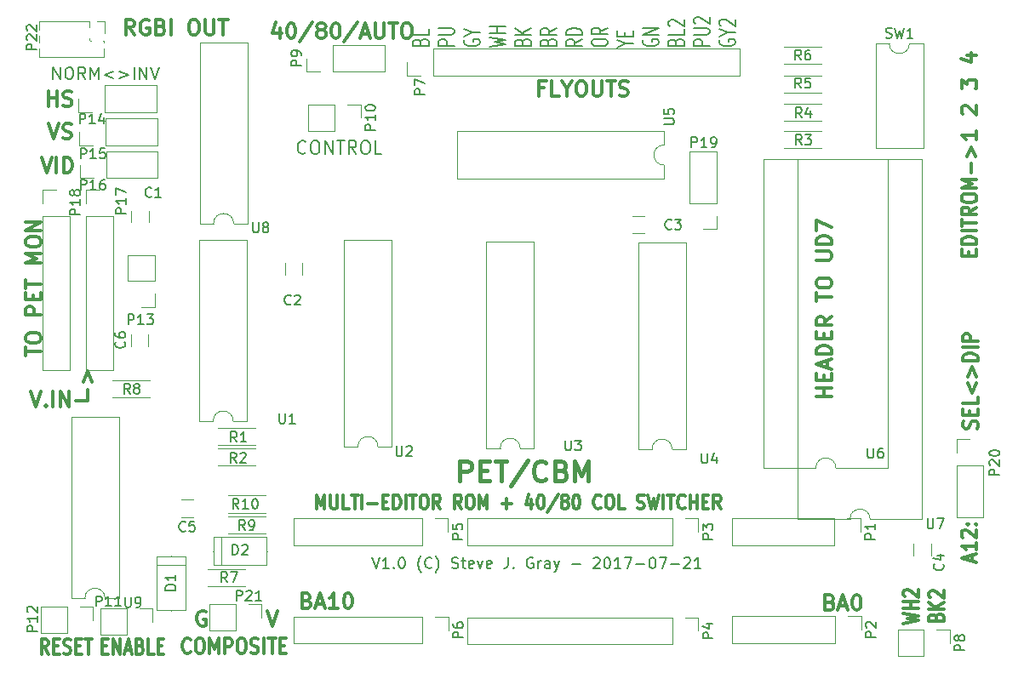
<source format=gto>
G04 #@! TF.FileFunction,Legend,Top*
%FSLAX46Y46*%
G04 Gerber Fmt 4.6, Leading zero omitted, Abs format (unit mm)*
G04 Created by KiCad (PCBNEW 4.0.4-stable) date 07/21/17 22:17:58*
%MOMM*%
%LPD*%
G01*
G04 APERTURE LIST*
%ADD10C,0.100000*%
%ADD11C,0.400000*%
%ADD12C,0.300000*%
%ADD13C,0.200000*%
%ADD14C,0.120000*%
%ADD15C,0.150000*%
G04 APERTURE END LIST*
D10*
D11*
X156636247Y-92751162D02*
X156636247Y-90751162D01*
X157398152Y-90751162D01*
X157588628Y-90846400D01*
X157683867Y-90941638D01*
X157779105Y-91132114D01*
X157779105Y-91417829D01*
X157683867Y-91608305D01*
X157588628Y-91703543D01*
X157398152Y-91798781D01*
X156636247Y-91798781D01*
X158636247Y-91703543D02*
X159302914Y-91703543D01*
X159588628Y-92751162D02*
X158636247Y-92751162D01*
X158636247Y-90751162D01*
X159588628Y-90751162D01*
X160160057Y-90751162D02*
X161302914Y-90751162D01*
X160731486Y-92751162D02*
X160731486Y-90751162D01*
X163398153Y-90655924D02*
X161683867Y-93227352D01*
X165207677Y-92560686D02*
X165112439Y-92655924D01*
X164826724Y-92751162D01*
X164636248Y-92751162D01*
X164350534Y-92655924D01*
X164160058Y-92465448D01*
X164064819Y-92274971D01*
X163969581Y-91894019D01*
X163969581Y-91608305D01*
X164064819Y-91227352D01*
X164160058Y-91036876D01*
X164350534Y-90846400D01*
X164636248Y-90751162D01*
X164826724Y-90751162D01*
X165112439Y-90846400D01*
X165207677Y-90941638D01*
X166731486Y-91703543D02*
X167017200Y-91798781D01*
X167112439Y-91894019D01*
X167207677Y-92084495D01*
X167207677Y-92370210D01*
X167112439Y-92560686D01*
X167017200Y-92655924D01*
X166826724Y-92751162D01*
X166064819Y-92751162D01*
X166064819Y-90751162D01*
X166731486Y-90751162D01*
X166921962Y-90846400D01*
X167017200Y-90941638D01*
X167112439Y-91132114D01*
X167112439Y-91322590D01*
X167017200Y-91513067D01*
X166921962Y-91608305D01*
X166731486Y-91703543D01*
X166064819Y-91703543D01*
X168064819Y-92751162D02*
X168064819Y-90751162D01*
X168731486Y-92179733D01*
X169398153Y-90751162D01*
X169398153Y-92751162D01*
D12*
X207615600Y-100713943D02*
X207615600Y-100094895D01*
X208044171Y-100837752D02*
X206544171Y-100404419D01*
X208044171Y-99971086D01*
X208044171Y-98856800D02*
X208044171Y-99599657D01*
X208044171Y-99228228D02*
X206544171Y-99228228D01*
X206758457Y-99352038D01*
X206901314Y-99475847D01*
X206972743Y-99599657D01*
X206687029Y-98361562D02*
X206615600Y-98299657D01*
X206544171Y-98175848D01*
X206544171Y-97866324D01*
X206615600Y-97742514D01*
X206687029Y-97680610D01*
X206829886Y-97618705D01*
X206972743Y-97618705D01*
X207187029Y-97680610D01*
X208044171Y-98423467D01*
X208044171Y-97618705D01*
X207901314Y-97061562D02*
X207972743Y-96999657D01*
X208044171Y-97061562D01*
X207972743Y-97123467D01*
X207901314Y-97061562D01*
X208044171Y-97061562D01*
X207115600Y-97061562D02*
X207187029Y-96999657D01*
X207258457Y-97061562D01*
X207187029Y-97123467D01*
X207115600Y-97061562D01*
X207258457Y-97061562D01*
X121075829Y-109163657D02*
X121475829Y-109163657D01*
X121647258Y-109949371D02*
X121075829Y-109949371D01*
X121075829Y-108449371D01*
X121647258Y-108449371D01*
X122161543Y-109949371D02*
X122161543Y-108449371D01*
X122847258Y-109949371D01*
X122847258Y-108449371D01*
X123361543Y-109520800D02*
X123932972Y-109520800D01*
X123247258Y-109949371D02*
X123647258Y-108449371D01*
X124047258Y-109949371D01*
X124847257Y-109163657D02*
X125018686Y-109235086D01*
X125075829Y-109306514D01*
X125132972Y-109449371D01*
X125132972Y-109663657D01*
X125075829Y-109806514D01*
X125018686Y-109877943D01*
X124904400Y-109949371D01*
X124447257Y-109949371D01*
X124447257Y-108449371D01*
X124847257Y-108449371D01*
X124961543Y-108520800D01*
X125018686Y-108592229D01*
X125075829Y-108735086D01*
X125075829Y-108877943D01*
X125018686Y-109020800D01*
X124961543Y-109092229D01*
X124847257Y-109163657D01*
X124447257Y-109163657D01*
X126218686Y-109949371D02*
X125647257Y-109949371D01*
X125647257Y-108449371D01*
X126618686Y-109163657D02*
X127018686Y-109163657D01*
X127190115Y-109949371D02*
X126618686Y-109949371D01*
X126618686Y-108449371D01*
X127190115Y-108449371D01*
X124264457Y-48328971D02*
X123764457Y-47614686D01*
X123407314Y-48328971D02*
X123407314Y-46828971D01*
X123978742Y-46828971D01*
X124121600Y-46900400D01*
X124193028Y-46971829D01*
X124264457Y-47114686D01*
X124264457Y-47328971D01*
X124193028Y-47471829D01*
X124121600Y-47543257D01*
X123978742Y-47614686D01*
X123407314Y-47614686D01*
X125693028Y-46900400D02*
X125550171Y-46828971D01*
X125335885Y-46828971D01*
X125121600Y-46900400D01*
X124978742Y-47043257D01*
X124907314Y-47186114D01*
X124835885Y-47471829D01*
X124835885Y-47686114D01*
X124907314Y-47971829D01*
X124978742Y-48114686D01*
X125121600Y-48257543D01*
X125335885Y-48328971D01*
X125478742Y-48328971D01*
X125693028Y-48257543D01*
X125764457Y-48186114D01*
X125764457Y-47686114D01*
X125478742Y-47686114D01*
X126907314Y-47543257D02*
X127121600Y-47614686D01*
X127193028Y-47686114D01*
X127264457Y-47828971D01*
X127264457Y-48043257D01*
X127193028Y-48186114D01*
X127121600Y-48257543D01*
X126978742Y-48328971D01*
X126407314Y-48328971D01*
X126407314Y-46828971D01*
X126907314Y-46828971D01*
X127050171Y-46900400D01*
X127121600Y-46971829D01*
X127193028Y-47114686D01*
X127193028Y-47257543D01*
X127121600Y-47400400D01*
X127050171Y-47471829D01*
X126907314Y-47543257D01*
X126407314Y-47543257D01*
X127907314Y-48328971D02*
X127907314Y-46828971D01*
X130050171Y-46828971D02*
X130335885Y-46828971D01*
X130478743Y-46900400D01*
X130621600Y-47043257D01*
X130693028Y-47328971D01*
X130693028Y-47828971D01*
X130621600Y-48114686D01*
X130478743Y-48257543D01*
X130335885Y-48328971D01*
X130050171Y-48328971D01*
X129907314Y-48257543D01*
X129764457Y-48114686D01*
X129693028Y-47828971D01*
X129693028Y-47328971D01*
X129764457Y-47043257D01*
X129907314Y-46900400D01*
X130050171Y-46828971D01*
X131335886Y-46828971D02*
X131335886Y-48043257D01*
X131407314Y-48186114D01*
X131478743Y-48257543D01*
X131621600Y-48328971D01*
X131907314Y-48328971D01*
X132050172Y-48257543D01*
X132121600Y-48186114D01*
X132193029Y-48043257D01*
X132193029Y-46828971D01*
X132693029Y-46828971D02*
X133550172Y-46828971D01*
X133121601Y-48328971D02*
X133121601Y-46828971D01*
X119639543Y-84761200D02*
X119639543Y-83618343D01*
X119210971Y-82904057D02*
X119639543Y-81761200D01*
X120068114Y-82904057D01*
X113962228Y-83862171D02*
X114462228Y-85362171D01*
X114962228Y-83862171D01*
X115462228Y-85219314D02*
X115533656Y-85290743D01*
X115462228Y-85362171D01*
X115390799Y-85290743D01*
X115462228Y-85219314D01*
X115462228Y-85362171D01*
X116176514Y-85362171D02*
X116176514Y-83862171D01*
X116890800Y-85362171D02*
X116890800Y-83862171D01*
X117747943Y-85362171D01*
X117747943Y-83862171D01*
X118462229Y-84790743D02*
X119605086Y-84790743D01*
D13*
X116189771Y-52765257D02*
X116189771Y-51565257D01*
X116875486Y-52765257D01*
X116875486Y-51565257D01*
X117675486Y-51565257D02*
X117904057Y-51565257D01*
X118018343Y-51622400D01*
X118132629Y-51736686D01*
X118189771Y-51965257D01*
X118189771Y-52365257D01*
X118132629Y-52593829D01*
X118018343Y-52708114D01*
X117904057Y-52765257D01*
X117675486Y-52765257D01*
X117561200Y-52708114D01*
X117446914Y-52593829D01*
X117389771Y-52365257D01*
X117389771Y-51965257D01*
X117446914Y-51736686D01*
X117561200Y-51622400D01*
X117675486Y-51565257D01*
X119389772Y-52765257D02*
X118989772Y-52193829D01*
X118704057Y-52765257D02*
X118704057Y-51565257D01*
X119161200Y-51565257D01*
X119275486Y-51622400D01*
X119332629Y-51679543D01*
X119389772Y-51793829D01*
X119389772Y-51965257D01*
X119332629Y-52079543D01*
X119275486Y-52136686D01*
X119161200Y-52193829D01*
X118704057Y-52193829D01*
X119904057Y-52765257D02*
X119904057Y-51565257D01*
X120304057Y-52422400D01*
X120704057Y-51565257D01*
X120704057Y-52765257D01*
X122189772Y-51965257D02*
X121275486Y-52308114D01*
X122189772Y-52650971D01*
X122761200Y-51965257D02*
X123675486Y-52308114D01*
X122761200Y-52650971D01*
X124246914Y-52765257D02*
X124246914Y-51565257D01*
X124818343Y-52765257D02*
X124818343Y-51565257D01*
X125504058Y-52765257D01*
X125504058Y-51565257D01*
X125904058Y-51565257D02*
X126304058Y-52765257D01*
X126704058Y-51565257D01*
D12*
X131355257Y-105726800D02*
X131212400Y-105655371D01*
X130998114Y-105655371D01*
X130783829Y-105726800D01*
X130640971Y-105869657D01*
X130569543Y-106012514D01*
X130498114Y-106298229D01*
X130498114Y-106512514D01*
X130569543Y-106798229D01*
X130640971Y-106941086D01*
X130783829Y-107083943D01*
X130998114Y-107155371D01*
X131140971Y-107155371D01*
X131355257Y-107083943D01*
X131426686Y-107012514D01*
X131426686Y-106512514D01*
X131140971Y-106512514D01*
X137523600Y-105706171D02*
X138023600Y-107206171D01*
X138523600Y-105706171D01*
X129849315Y-109755714D02*
X129787410Y-109827143D01*
X129601696Y-109898571D01*
X129477886Y-109898571D01*
X129292172Y-109827143D01*
X129168363Y-109684286D01*
X129106458Y-109541429D01*
X129044553Y-109255714D01*
X129044553Y-109041429D01*
X129106458Y-108755714D01*
X129168363Y-108612857D01*
X129292172Y-108470000D01*
X129477886Y-108398571D01*
X129601696Y-108398571D01*
X129787410Y-108470000D01*
X129849315Y-108541429D01*
X130654077Y-108398571D02*
X130901696Y-108398571D01*
X131025505Y-108470000D01*
X131149315Y-108612857D01*
X131211220Y-108898571D01*
X131211220Y-109398571D01*
X131149315Y-109684286D01*
X131025505Y-109827143D01*
X130901696Y-109898571D01*
X130654077Y-109898571D01*
X130530267Y-109827143D01*
X130406458Y-109684286D01*
X130344553Y-109398571D01*
X130344553Y-108898571D01*
X130406458Y-108612857D01*
X130530267Y-108470000D01*
X130654077Y-108398571D01*
X131768363Y-109898571D02*
X131768363Y-108398571D01*
X132201696Y-109470000D01*
X132635029Y-108398571D01*
X132635029Y-109898571D01*
X133254077Y-109898571D02*
X133254077Y-108398571D01*
X133749315Y-108398571D01*
X133873124Y-108470000D01*
X133935029Y-108541429D01*
X133996934Y-108684286D01*
X133996934Y-108898571D01*
X133935029Y-109041429D01*
X133873124Y-109112857D01*
X133749315Y-109184286D01*
X133254077Y-109184286D01*
X134801696Y-108398571D02*
X135049315Y-108398571D01*
X135173124Y-108470000D01*
X135296934Y-108612857D01*
X135358839Y-108898571D01*
X135358839Y-109398571D01*
X135296934Y-109684286D01*
X135173124Y-109827143D01*
X135049315Y-109898571D01*
X134801696Y-109898571D01*
X134677886Y-109827143D01*
X134554077Y-109684286D01*
X134492172Y-109398571D01*
X134492172Y-108898571D01*
X134554077Y-108612857D01*
X134677886Y-108470000D01*
X134801696Y-108398571D01*
X135854077Y-109827143D02*
X136039791Y-109898571D01*
X136349315Y-109898571D01*
X136473125Y-109827143D01*
X136535029Y-109755714D01*
X136596934Y-109612857D01*
X136596934Y-109470000D01*
X136535029Y-109327143D01*
X136473125Y-109255714D01*
X136349315Y-109184286D01*
X136101696Y-109112857D01*
X135977887Y-109041429D01*
X135915982Y-108970000D01*
X135854077Y-108827143D01*
X135854077Y-108684286D01*
X135915982Y-108541429D01*
X135977887Y-108470000D01*
X136101696Y-108398571D01*
X136411220Y-108398571D01*
X136596934Y-108470000D01*
X137154077Y-109898571D02*
X137154077Y-108398571D01*
X137587411Y-108398571D02*
X138330268Y-108398571D01*
X137958839Y-109898571D02*
X137958839Y-108398571D01*
X138763601Y-109112857D02*
X139196934Y-109112857D01*
X139382648Y-109898571D02*
X138763601Y-109898571D01*
X138763601Y-108398571D01*
X139382648Y-108398571D01*
X207258457Y-70339066D02*
X207258457Y-69905733D01*
X208044171Y-69720019D02*
X208044171Y-70339066D01*
X206544171Y-70339066D01*
X206544171Y-69720019D01*
X208044171Y-69162876D02*
X206544171Y-69162876D01*
X206544171Y-68853352D01*
X206615600Y-68667638D01*
X206758457Y-68543829D01*
X206901314Y-68481924D01*
X207187029Y-68420019D01*
X207401314Y-68420019D01*
X207687029Y-68481924D01*
X207829886Y-68543829D01*
X207972743Y-68667638D01*
X208044171Y-68853352D01*
X208044171Y-69162876D01*
X208044171Y-67862876D02*
X206544171Y-67862876D01*
X206544171Y-67429542D02*
X206544171Y-66686685D01*
X208044171Y-67058114D02*
X206544171Y-67058114D01*
X208044171Y-65510495D02*
X207329886Y-65943828D01*
X208044171Y-66253352D02*
X206544171Y-66253352D01*
X206544171Y-65758114D01*
X206615600Y-65634305D01*
X206687029Y-65572400D01*
X206829886Y-65510495D01*
X207044171Y-65510495D01*
X207187029Y-65572400D01*
X207258457Y-65634305D01*
X207329886Y-65758114D01*
X207329886Y-66253352D01*
X206544171Y-64705733D02*
X206544171Y-64458114D01*
X206615600Y-64334305D01*
X206758457Y-64210495D01*
X207044171Y-64148590D01*
X207544171Y-64148590D01*
X207829886Y-64210495D01*
X207972743Y-64334305D01*
X208044171Y-64458114D01*
X208044171Y-64705733D01*
X207972743Y-64829543D01*
X207829886Y-64953352D01*
X207544171Y-65015257D01*
X207044171Y-65015257D01*
X206758457Y-64953352D01*
X206615600Y-64829543D01*
X206544171Y-64705733D01*
X208044171Y-63591447D02*
X206544171Y-63591447D01*
X207615600Y-63158114D01*
X206544171Y-62724781D01*
X208044171Y-62724781D01*
X207472743Y-62105733D02*
X207472743Y-61115257D01*
X207044171Y-60496209D02*
X207472743Y-59505733D01*
X207901314Y-60496209D01*
X208044171Y-57936970D02*
X208044171Y-58794113D01*
X208044171Y-58365541D02*
X206544171Y-58365541D01*
X206758457Y-58508398D01*
X206901314Y-58651256D01*
X206972743Y-58794113D01*
X206687029Y-56222685D02*
X206615600Y-56151256D01*
X206544171Y-56008399D01*
X206544171Y-55651256D01*
X206615600Y-55508399D01*
X206687029Y-55436970D01*
X206829886Y-55365542D01*
X206972743Y-55365542D01*
X207187029Y-55436970D01*
X208044171Y-56294113D01*
X208044171Y-55365542D01*
X206544171Y-53722685D02*
X206544171Y-52794114D01*
X207115600Y-53294114D01*
X207115600Y-53079828D01*
X207187029Y-52936971D01*
X207258457Y-52865542D01*
X207401314Y-52794114D01*
X207758457Y-52794114D01*
X207901314Y-52865542D01*
X207972743Y-52936971D01*
X208044171Y-53079828D01*
X208044171Y-53508400D01*
X207972743Y-53651257D01*
X207901314Y-53722685D01*
X207044171Y-50365543D02*
X208044171Y-50365543D01*
X206472743Y-50722686D02*
X207544171Y-51079829D01*
X207544171Y-50151257D01*
X193616971Y-84319771D02*
X192116971Y-84319771D01*
X192831257Y-84319771D02*
X192831257Y-83462628D01*
X193616971Y-83462628D02*
X192116971Y-83462628D01*
X192831257Y-82748342D02*
X192831257Y-82248342D01*
X193616971Y-82034056D02*
X193616971Y-82748342D01*
X192116971Y-82748342D01*
X192116971Y-82034056D01*
X193188400Y-81462628D02*
X193188400Y-80748342D01*
X193616971Y-81605485D02*
X192116971Y-81105485D01*
X193616971Y-80605485D01*
X193616971Y-80105485D02*
X192116971Y-80105485D01*
X192116971Y-79748342D01*
X192188400Y-79534057D01*
X192331257Y-79391199D01*
X192474114Y-79319771D01*
X192759829Y-79248342D01*
X192974114Y-79248342D01*
X193259829Y-79319771D01*
X193402686Y-79391199D01*
X193545543Y-79534057D01*
X193616971Y-79748342D01*
X193616971Y-80105485D01*
X192831257Y-78605485D02*
X192831257Y-78105485D01*
X193616971Y-77891199D02*
X193616971Y-78605485D01*
X192116971Y-78605485D01*
X192116971Y-77891199D01*
X193616971Y-76391199D02*
X192902686Y-76891199D01*
X193616971Y-77248342D02*
X192116971Y-77248342D01*
X192116971Y-76676914D01*
X192188400Y-76534056D01*
X192259829Y-76462628D01*
X192402686Y-76391199D01*
X192616971Y-76391199D01*
X192759829Y-76462628D01*
X192831257Y-76534056D01*
X192902686Y-76676914D01*
X192902686Y-77248342D01*
X192116971Y-74819771D02*
X192116971Y-73962628D01*
X193616971Y-74391199D02*
X192116971Y-74391199D01*
X192116971Y-73176914D02*
X192116971Y-72891200D01*
X192188400Y-72748342D01*
X192331257Y-72605485D01*
X192616971Y-72534057D01*
X193116971Y-72534057D01*
X193402686Y-72605485D01*
X193545543Y-72748342D01*
X193616971Y-72891200D01*
X193616971Y-73176914D01*
X193545543Y-73319771D01*
X193402686Y-73462628D01*
X193116971Y-73534057D01*
X192616971Y-73534057D01*
X192331257Y-73462628D01*
X192188400Y-73319771D01*
X192116971Y-73176914D01*
X192116971Y-70748342D02*
X193331257Y-70748342D01*
X193474114Y-70676914D01*
X193545543Y-70605485D01*
X193616971Y-70462628D01*
X193616971Y-70176914D01*
X193545543Y-70034056D01*
X193474114Y-69962628D01*
X193331257Y-69891199D01*
X192116971Y-69891199D01*
X193616971Y-69176913D02*
X192116971Y-69176913D01*
X192116971Y-68819770D01*
X192188400Y-68605485D01*
X192331257Y-68462627D01*
X192474114Y-68391199D01*
X192759829Y-68319770D01*
X192974114Y-68319770D01*
X193259829Y-68391199D01*
X193402686Y-68462627D01*
X193545543Y-68605485D01*
X193616971Y-68819770D01*
X193616971Y-69176913D01*
X192116971Y-67819770D02*
X192116971Y-66819770D01*
X193616971Y-67462627D01*
X113478571Y-80293315D02*
X113478571Y-79436172D01*
X114978571Y-79864743D02*
X113478571Y-79864743D01*
X113478571Y-78650458D02*
X113478571Y-78364744D01*
X113550000Y-78221886D01*
X113692857Y-78079029D01*
X113978571Y-78007601D01*
X114478571Y-78007601D01*
X114764286Y-78079029D01*
X114907143Y-78221886D01*
X114978571Y-78364744D01*
X114978571Y-78650458D01*
X114907143Y-78793315D01*
X114764286Y-78936172D01*
X114478571Y-79007601D01*
X113978571Y-79007601D01*
X113692857Y-78936172D01*
X113550000Y-78793315D01*
X113478571Y-78650458D01*
X114978571Y-76221886D02*
X113478571Y-76221886D01*
X113478571Y-75650458D01*
X113550000Y-75507600D01*
X113621429Y-75436172D01*
X113764286Y-75364743D01*
X113978571Y-75364743D01*
X114121429Y-75436172D01*
X114192857Y-75507600D01*
X114264286Y-75650458D01*
X114264286Y-76221886D01*
X114192857Y-74721886D02*
X114192857Y-74221886D01*
X114978571Y-74007600D02*
X114978571Y-74721886D01*
X113478571Y-74721886D01*
X113478571Y-74007600D01*
X113478571Y-73579029D02*
X113478571Y-72721886D01*
X114978571Y-73150457D02*
X113478571Y-73150457D01*
X114978571Y-71079029D02*
X113478571Y-71079029D01*
X114550000Y-70579029D01*
X113478571Y-70079029D01*
X114978571Y-70079029D01*
X113478571Y-69079029D02*
X113478571Y-68793315D01*
X113550000Y-68650457D01*
X113692857Y-68507600D01*
X113978571Y-68436172D01*
X114478571Y-68436172D01*
X114764286Y-68507600D01*
X114907143Y-68650457D01*
X114978571Y-68793315D01*
X114978571Y-69079029D01*
X114907143Y-69221886D01*
X114764286Y-69364743D01*
X114478571Y-69436172D01*
X113978571Y-69436172D01*
X113692857Y-69364743D01*
X113550000Y-69221886D01*
X113478571Y-69079029D01*
X114978571Y-67793314D02*
X113478571Y-67793314D01*
X114978571Y-66936171D01*
X113478571Y-66936171D01*
X165017143Y-53639257D02*
X164517143Y-53639257D01*
X164517143Y-54424971D02*
X164517143Y-52924971D01*
X165231429Y-52924971D01*
X166517143Y-54424971D02*
X165802857Y-54424971D01*
X165802857Y-52924971D01*
X167302857Y-53710686D02*
X167302857Y-54424971D01*
X166802857Y-52924971D02*
X167302857Y-53710686D01*
X167802857Y-52924971D01*
X168588571Y-52924971D02*
X168874285Y-52924971D01*
X169017143Y-52996400D01*
X169160000Y-53139257D01*
X169231428Y-53424971D01*
X169231428Y-53924971D01*
X169160000Y-54210686D01*
X169017143Y-54353543D01*
X168874285Y-54424971D01*
X168588571Y-54424971D01*
X168445714Y-54353543D01*
X168302857Y-54210686D01*
X168231428Y-53924971D01*
X168231428Y-53424971D01*
X168302857Y-53139257D01*
X168445714Y-52996400D01*
X168588571Y-52924971D01*
X169874286Y-52924971D02*
X169874286Y-54139257D01*
X169945714Y-54282114D01*
X170017143Y-54353543D01*
X170160000Y-54424971D01*
X170445714Y-54424971D01*
X170588572Y-54353543D01*
X170660000Y-54282114D01*
X170731429Y-54139257D01*
X170731429Y-52924971D01*
X171231429Y-52924971D02*
X172088572Y-52924971D01*
X171660001Y-54424971D02*
X171660001Y-52924971D01*
X172517143Y-54353543D02*
X172731429Y-54424971D01*
X173088572Y-54424971D01*
X173231429Y-54353543D01*
X173302858Y-54282114D01*
X173374286Y-54139257D01*
X173374286Y-53996400D01*
X173302858Y-53853543D01*
X173231429Y-53782114D01*
X173088572Y-53710686D01*
X172802858Y-53639257D01*
X172660000Y-53567829D01*
X172588572Y-53496400D01*
X172517143Y-53353543D01*
X172517143Y-53210686D01*
X172588572Y-53067829D01*
X172660000Y-52996400D01*
X172802858Y-52924971D01*
X173160000Y-52924971D01*
X173374286Y-52996400D01*
X115706744Y-109949371D02*
X115306744Y-109235086D01*
X115021029Y-109949371D02*
X115021029Y-108449371D01*
X115478172Y-108449371D01*
X115592458Y-108520800D01*
X115649601Y-108592229D01*
X115706744Y-108735086D01*
X115706744Y-108949371D01*
X115649601Y-109092229D01*
X115592458Y-109163657D01*
X115478172Y-109235086D01*
X115021029Y-109235086D01*
X116221029Y-109163657D02*
X116621029Y-109163657D01*
X116792458Y-109949371D02*
X116221029Y-109949371D01*
X116221029Y-108449371D01*
X116792458Y-108449371D01*
X117249600Y-109877943D02*
X117421029Y-109949371D01*
X117706743Y-109949371D01*
X117821029Y-109877943D01*
X117878172Y-109806514D01*
X117935315Y-109663657D01*
X117935315Y-109520800D01*
X117878172Y-109377943D01*
X117821029Y-109306514D01*
X117706743Y-109235086D01*
X117478172Y-109163657D01*
X117363886Y-109092229D01*
X117306743Y-109020800D01*
X117249600Y-108877943D01*
X117249600Y-108735086D01*
X117306743Y-108592229D01*
X117363886Y-108520800D01*
X117478172Y-108449371D01*
X117763886Y-108449371D01*
X117935315Y-108520800D01*
X118449600Y-109163657D02*
X118849600Y-109163657D01*
X119021029Y-109949371D02*
X118449600Y-109949371D01*
X118449600Y-108449371D01*
X119021029Y-108449371D01*
X119363886Y-108449371D02*
X120049600Y-108449371D01*
X119706743Y-109949371D02*
X119706743Y-108449371D01*
X208074343Y-87508762D02*
X208145771Y-87323048D01*
X208145771Y-87013524D01*
X208074343Y-86889714D01*
X208002914Y-86827810D01*
X207860057Y-86765905D01*
X207717200Y-86765905D01*
X207574343Y-86827810D01*
X207502914Y-86889714D01*
X207431486Y-87013524D01*
X207360057Y-87261143D01*
X207288629Y-87384952D01*
X207217200Y-87446857D01*
X207074343Y-87508762D01*
X206931486Y-87508762D01*
X206788629Y-87446857D01*
X206717200Y-87384952D01*
X206645771Y-87261143D01*
X206645771Y-86951619D01*
X206717200Y-86765905D01*
X207360057Y-86208762D02*
X207360057Y-85775429D01*
X208145771Y-85589715D02*
X208145771Y-86208762D01*
X206645771Y-86208762D01*
X206645771Y-85589715D01*
X208145771Y-84413525D02*
X208145771Y-85032572D01*
X206645771Y-85032572D01*
X207145771Y-82989715D02*
X207574343Y-83980191D01*
X208002914Y-82989715D01*
X207145771Y-82370667D02*
X207574343Y-81380191D01*
X208002914Y-82370667D01*
X208145771Y-80761143D02*
X206645771Y-80761143D01*
X206645771Y-80451619D01*
X206717200Y-80265905D01*
X206860057Y-80142096D01*
X207002914Y-80080191D01*
X207288629Y-80018286D01*
X207502914Y-80018286D01*
X207788629Y-80080191D01*
X207931486Y-80142096D01*
X208074343Y-80265905D01*
X208145771Y-80451619D01*
X208145771Y-80761143D01*
X208145771Y-79461143D02*
X206645771Y-79461143D01*
X208145771Y-78842095D02*
X206645771Y-78842095D01*
X206645771Y-78346857D01*
X206717200Y-78223048D01*
X206788629Y-78161143D01*
X206931486Y-78099238D01*
X207145771Y-78099238D01*
X207288629Y-78161143D01*
X207360057Y-78223048D01*
X207431486Y-78346857D01*
X207431486Y-78842095D01*
X115029657Y-60544971D02*
X115529657Y-62044971D01*
X116029657Y-60544971D01*
X116529657Y-62044971D02*
X116529657Y-60544971D01*
X117243943Y-62044971D02*
X117243943Y-60544971D01*
X117601086Y-60544971D01*
X117815371Y-60616400D01*
X117958229Y-60759257D01*
X118029657Y-60902114D01*
X118101086Y-61187829D01*
X118101086Y-61402114D01*
X118029657Y-61687829D01*
X117958229Y-61830686D01*
X117815371Y-61973543D01*
X117601086Y-62044971D01*
X117243943Y-62044971D01*
X115727315Y-57192171D02*
X116227315Y-58692171D01*
X116727315Y-57192171D01*
X117155886Y-58620743D02*
X117370172Y-58692171D01*
X117727315Y-58692171D01*
X117870172Y-58620743D01*
X117941601Y-58549314D01*
X118013029Y-58406457D01*
X118013029Y-58263600D01*
X117941601Y-58120743D01*
X117870172Y-58049314D01*
X117727315Y-57977886D01*
X117441601Y-57906457D01*
X117298743Y-57835029D01*
X117227315Y-57763600D01*
X117155886Y-57620743D01*
X117155886Y-57477886D01*
X117227315Y-57335029D01*
X117298743Y-57263600D01*
X117441601Y-57192171D01*
X117798743Y-57192171D01*
X118013029Y-57263600D01*
X115697143Y-55440971D02*
X115697143Y-53940971D01*
X115697143Y-54655257D02*
X116554286Y-54655257D01*
X116554286Y-55440971D02*
X116554286Y-53940971D01*
X117197143Y-55369543D02*
X117411429Y-55440971D01*
X117768572Y-55440971D01*
X117911429Y-55369543D01*
X117982858Y-55298114D01*
X118054286Y-55155257D01*
X118054286Y-55012400D01*
X117982858Y-54869543D01*
X117911429Y-54798114D01*
X117768572Y-54726686D01*
X117482858Y-54655257D01*
X117340000Y-54583829D01*
X117268572Y-54512400D01*
X117197143Y-54369543D01*
X117197143Y-54226686D01*
X117268572Y-54083829D01*
X117340000Y-54012400D01*
X117482858Y-53940971D01*
X117840000Y-53940971D01*
X118054286Y-54012400D01*
X138718115Y-47684571D02*
X138718115Y-48684571D01*
X138360972Y-47113143D02*
X138003829Y-48184571D01*
X138932401Y-48184571D01*
X139789543Y-47184571D02*
X139932400Y-47184571D01*
X140075257Y-47256000D01*
X140146686Y-47327429D01*
X140218115Y-47470286D01*
X140289543Y-47756000D01*
X140289543Y-48113143D01*
X140218115Y-48398857D01*
X140146686Y-48541714D01*
X140075257Y-48613143D01*
X139932400Y-48684571D01*
X139789543Y-48684571D01*
X139646686Y-48613143D01*
X139575257Y-48541714D01*
X139503829Y-48398857D01*
X139432400Y-48113143D01*
X139432400Y-47756000D01*
X139503829Y-47470286D01*
X139575257Y-47327429D01*
X139646686Y-47256000D01*
X139789543Y-47184571D01*
X142003828Y-47113143D02*
X140718114Y-49041714D01*
X142718115Y-47827429D02*
X142575257Y-47756000D01*
X142503829Y-47684571D01*
X142432400Y-47541714D01*
X142432400Y-47470286D01*
X142503829Y-47327429D01*
X142575257Y-47256000D01*
X142718115Y-47184571D01*
X143003829Y-47184571D01*
X143146686Y-47256000D01*
X143218115Y-47327429D01*
X143289543Y-47470286D01*
X143289543Y-47541714D01*
X143218115Y-47684571D01*
X143146686Y-47756000D01*
X143003829Y-47827429D01*
X142718115Y-47827429D01*
X142575257Y-47898857D01*
X142503829Y-47970286D01*
X142432400Y-48113143D01*
X142432400Y-48398857D01*
X142503829Y-48541714D01*
X142575257Y-48613143D01*
X142718115Y-48684571D01*
X143003829Y-48684571D01*
X143146686Y-48613143D01*
X143218115Y-48541714D01*
X143289543Y-48398857D01*
X143289543Y-48113143D01*
X143218115Y-47970286D01*
X143146686Y-47898857D01*
X143003829Y-47827429D01*
X144218114Y-47184571D02*
X144360971Y-47184571D01*
X144503828Y-47256000D01*
X144575257Y-47327429D01*
X144646686Y-47470286D01*
X144718114Y-47756000D01*
X144718114Y-48113143D01*
X144646686Y-48398857D01*
X144575257Y-48541714D01*
X144503828Y-48613143D01*
X144360971Y-48684571D01*
X144218114Y-48684571D01*
X144075257Y-48613143D01*
X144003828Y-48541714D01*
X143932400Y-48398857D01*
X143860971Y-48113143D01*
X143860971Y-47756000D01*
X143932400Y-47470286D01*
X144003828Y-47327429D01*
X144075257Y-47256000D01*
X144218114Y-47184571D01*
X146432399Y-47113143D02*
X145146685Y-49041714D01*
X146860971Y-48256000D02*
X147575257Y-48256000D01*
X146718114Y-48684571D02*
X147218114Y-47184571D01*
X147718114Y-48684571D01*
X148218114Y-47184571D02*
X148218114Y-48398857D01*
X148289542Y-48541714D01*
X148360971Y-48613143D01*
X148503828Y-48684571D01*
X148789542Y-48684571D01*
X148932400Y-48613143D01*
X149003828Y-48541714D01*
X149075257Y-48398857D01*
X149075257Y-47184571D01*
X149575257Y-47184571D02*
X150432400Y-47184571D01*
X150003829Y-48684571D02*
X150003829Y-47184571D01*
X151218114Y-47184571D02*
X151503828Y-47184571D01*
X151646686Y-47256000D01*
X151789543Y-47398857D01*
X151860971Y-47684571D01*
X151860971Y-48184571D01*
X151789543Y-48470286D01*
X151646686Y-48613143D01*
X151503828Y-48684571D01*
X151218114Y-48684571D01*
X151075257Y-48613143D01*
X150932400Y-48470286D01*
X150860971Y-48184571D01*
X150860971Y-47684571D01*
X150932400Y-47398857D01*
X151075257Y-47256000D01*
X151218114Y-47184571D01*
D13*
X141315695Y-60052686D02*
X141253790Y-60114590D01*
X141068076Y-60176495D01*
X140944266Y-60176495D01*
X140758552Y-60114590D01*
X140634743Y-59990781D01*
X140572838Y-59866971D01*
X140510933Y-59619352D01*
X140510933Y-59433638D01*
X140572838Y-59186019D01*
X140634743Y-59062210D01*
X140758552Y-58938400D01*
X140944266Y-58876495D01*
X141068076Y-58876495D01*
X141253790Y-58938400D01*
X141315695Y-59000305D01*
X142120457Y-58876495D02*
X142368076Y-58876495D01*
X142491885Y-58938400D01*
X142615695Y-59062210D01*
X142677600Y-59309829D01*
X142677600Y-59743162D01*
X142615695Y-59990781D01*
X142491885Y-60114590D01*
X142368076Y-60176495D01*
X142120457Y-60176495D01*
X141996647Y-60114590D01*
X141872838Y-59990781D01*
X141810933Y-59743162D01*
X141810933Y-59309829D01*
X141872838Y-59062210D01*
X141996647Y-58938400D01*
X142120457Y-58876495D01*
X143234743Y-60176495D02*
X143234743Y-58876495D01*
X143977600Y-60176495D01*
X143977600Y-58876495D01*
X144410934Y-58876495D02*
X145153791Y-58876495D01*
X144782362Y-60176495D02*
X144782362Y-58876495D01*
X146329981Y-60176495D02*
X145896648Y-59557448D01*
X145587124Y-60176495D02*
X145587124Y-58876495D01*
X146082362Y-58876495D01*
X146206171Y-58938400D01*
X146268076Y-59000305D01*
X146329981Y-59124114D01*
X146329981Y-59309829D01*
X146268076Y-59433638D01*
X146206171Y-59495543D01*
X146082362Y-59557448D01*
X145587124Y-59557448D01*
X147134743Y-58876495D02*
X147382362Y-58876495D01*
X147506171Y-58938400D01*
X147629981Y-59062210D01*
X147691886Y-59309829D01*
X147691886Y-59743162D01*
X147629981Y-59990781D01*
X147506171Y-60114590D01*
X147382362Y-60176495D01*
X147134743Y-60176495D01*
X147010933Y-60114590D01*
X146887124Y-59990781D01*
X146825219Y-59743162D01*
X146825219Y-59309829D01*
X146887124Y-59062210D01*
X147010933Y-58938400D01*
X147134743Y-58876495D01*
X148868076Y-60176495D02*
X148249029Y-60176495D01*
X148249029Y-58876495D01*
D12*
X193466401Y-104794857D02*
X193680687Y-104866286D01*
X193752115Y-104937714D01*
X193823544Y-105080571D01*
X193823544Y-105294857D01*
X193752115Y-105437714D01*
X193680687Y-105509143D01*
X193537829Y-105580571D01*
X192966401Y-105580571D01*
X192966401Y-104080571D01*
X193466401Y-104080571D01*
X193609258Y-104152000D01*
X193680687Y-104223429D01*
X193752115Y-104366286D01*
X193752115Y-104509143D01*
X193680687Y-104652000D01*
X193609258Y-104723429D01*
X193466401Y-104794857D01*
X192966401Y-104794857D01*
X194394972Y-105152000D02*
X195109258Y-105152000D01*
X194252115Y-105580571D02*
X194752115Y-104080571D01*
X195252115Y-105580571D01*
X196037829Y-104080571D02*
X196180686Y-104080571D01*
X196323543Y-104152000D01*
X196394972Y-104223429D01*
X196466401Y-104366286D01*
X196537829Y-104652000D01*
X196537829Y-105009143D01*
X196466401Y-105294857D01*
X196394972Y-105437714D01*
X196323543Y-105509143D01*
X196180686Y-105580571D01*
X196037829Y-105580571D01*
X195894972Y-105509143D01*
X195823543Y-105437714D01*
X195752115Y-105294857D01*
X195680686Y-105009143D01*
X195680686Y-104652000D01*
X195752115Y-104366286D01*
X195823543Y-104223429D01*
X195894972Y-104152000D01*
X196037829Y-104080571D01*
X141444115Y-104642457D02*
X141658401Y-104713886D01*
X141729829Y-104785314D01*
X141801258Y-104928171D01*
X141801258Y-105142457D01*
X141729829Y-105285314D01*
X141658401Y-105356743D01*
X141515543Y-105428171D01*
X140944115Y-105428171D01*
X140944115Y-103928171D01*
X141444115Y-103928171D01*
X141586972Y-103999600D01*
X141658401Y-104071029D01*
X141729829Y-104213886D01*
X141729829Y-104356743D01*
X141658401Y-104499600D01*
X141586972Y-104571029D01*
X141444115Y-104642457D01*
X140944115Y-104642457D01*
X142372686Y-104999600D02*
X143086972Y-104999600D01*
X142229829Y-105428171D02*
X142729829Y-103928171D01*
X143229829Y-105428171D01*
X144515543Y-105428171D02*
X143658400Y-105428171D01*
X144086972Y-105428171D02*
X144086972Y-103928171D01*
X143944115Y-104142457D01*
X143801257Y-104285314D01*
X143658400Y-104356743D01*
X145444114Y-103928171D02*
X145586971Y-103928171D01*
X145729828Y-103999600D01*
X145801257Y-104071029D01*
X145872686Y-104213886D01*
X145944114Y-104499600D01*
X145944114Y-104856743D01*
X145872686Y-105142457D01*
X145801257Y-105285314D01*
X145729828Y-105356743D01*
X145586971Y-105428171D01*
X145444114Y-105428171D01*
X145301257Y-105356743D01*
X145229828Y-105285314D01*
X145158400Y-105142457D01*
X145086971Y-104856743D01*
X145086971Y-104499600D01*
X145158400Y-104213886D01*
X145229828Y-104071029D01*
X145301257Y-103999600D01*
X145444114Y-103928171D01*
X142401255Y-95527733D02*
X142401255Y-94127733D01*
X142801255Y-95127733D01*
X143201255Y-94127733D01*
X143201255Y-95527733D01*
X143772684Y-94127733D02*
X143772684Y-95261067D01*
X143829827Y-95394400D01*
X143886970Y-95461067D01*
X144001256Y-95527733D01*
X144229827Y-95527733D01*
X144344113Y-95461067D01*
X144401256Y-95394400D01*
X144458399Y-95261067D01*
X144458399Y-94127733D01*
X145601256Y-95527733D02*
X145029827Y-95527733D01*
X145029827Y-94127733D01*
X145829828Y-94127733D02*
X146515542Y-94127733D01*
X146172685Y-95527733D02*
X146172685Y-94127733D01*
X146915542Y-95527733D02*
X146915542Y-94127733D01*
X147486971Y-94994400D02*
X148401257Y-94994400D01*
X148972685Y-94794400D02*
X149372685Y-94794400D01*
X149544114Y-95527733D02*
X148972685Y-95527733D01*
X148972685Y-94127733D01*
X149544114Y-94127733D01*
X150058399Y-95527733D02*
X150058399Y-94127733D01*
X150344114Y-94127733D01*
X150515542Y-94194400D01*
X150629828Y-94327733D01*
X150686971Y-94461067D01*
X150744114Y-94727733D01*
X150744114Y-94927733D01*
X150686971Y-95194400D01*
X150629828Y-95327733D01*
X150515542Y-95461067D01*
X150344114Y-95527733D01*
X150058399Y-95527733D01*
X151258399Y-95527733D02*
X151258399Y-94127733D01*
X151658400Y-94127733D02*
X152344114Y-94127733D01*
X152001257Y-95527733D02*
X152001257Y-94127733D01*
X152972686Y-94127733D02*
X153201257Y-94127733D01*
X153315543Y-94194400D01*
X153429829Y-94327733D01*
X153486971Y-94594400D01*
X153486971Y-95061067D01*
X153429829Y-95327733D01*
X153315543Y-95461067D01*
X153201257Y-95527733D01*
X152972686Y-95527733D01*
X152858400Y-95461067D01*
X152744114Y-95327733D01*
X152686971Y-95061067D01*
X152686971Y-94594400D01*
X152744114Y-94327733D01*
X152858400Y-94194400D01*
X152972686Y-94127733D01*
X154686972Y-95527733D02*
X154286972Y-94861067D01*
X154001257Y-95527733D02*
X154001257Y-94127733D01*
X154458400Y-94127733D01*
X154572686Y-94194400D01*
X154629829Y-94261067D01*
X154686972Y-94394400D01*
X154686972Y-94594400D01*
X154629829Y-94727733D01*
X154572686Y-94794400D01*
X154458400Y-94861067D01*
X154001257Y-94861067D01*
X156801258Y-95527733D02*
X156401258Y-94861067D01*
X156115543Y-95527733D02*
X156115543Y-94127733D01*
X156572686Y-94127733D01*
X156686972Y-94194400D01*
X156744115Y-94261067D01*
X156801258Y-94394400D01*
X156801258Y-94594400D01*
X156744115Y-94727733D01*
X156686972Y-94794400D01*
X156572686Y-94861067D01*
X156115543Y-94861067D01*
X157544115Y-94127733D02*
X157772686Y-94127733D01*
X157886972Y-94194400D01*
X158001258Y-94327733D01*
X158058400Y-94594400D01*
X158058400Y-95061067D01*
X158001258Y-95327733D01*
X157886972Y-95461067D01*
X157772686Y-95527733D01*
X157544115Y-95527733D01*
X157429829Y-95461067D01*
X157315543Y-95327733D01*
X157258400Y-95061067D01*
X157258400Y-94594400D01*
X157315543Y-94327733D01*
X157429829Y-94194400D01*
X157544115Y-94127733D01*
X158572686Y-95527733D02*
X158572686Y-94127733D01*
X158972686Y-95127733D01*
X159372686Y-94127733D01*
X159372686Y-95527733D01*
X160858401Y-94994400D02*
X161772687Y-94994400D01*
X161315544Y-95527733D02*
X161315544Y-94461067D01*
X163772687Y-94594400D02*
X163772687Y-95527733D01*
X163486973Y-94061067D02*
X163201258Y-95061067D01*
X163944116Y-95061067D01*
X164629830Y-94127733D02*
X164744115Y-94127733D01*
X164858401Y-94194400D01*
X164915544Y-94261067D01*
X164972687Y-94394400D01*
X165029830Y-94661067D01*
X165029830Y-94994400D01*
X164972687Y-95261067D01*
X164915544Y-95394400D01*
X164858401Y-95461067D01*
X164744115Y-95527733D01*
X164629830Y-95527733D01*
X164515544Y-95461067D01*
X164458401Y-95394400D01*
X164401258Y-95261067D01*
X164344115Y-94994400D01*
X164344115Y-94661067D01*
X164401258Y-94394400D01*
X164458401Y-94261067D01*
X164515544Y-94194400D01*
X164629830Y-94127733D01*
X166401258Y-94061067D02*
X165372687Y-95861067D01*
X166972687Y-94727733D02*
X166858401Y-94661067D01*
X166801258Y-94594400D01*
X166744115Y-94461067D01*
X166744115Y-94394400D01*
X166801258Y-94261067D01*
X166858401Y-94194400D01*
X166972687Y-94127733D01*
X167201258Y-94127733D01*
X167315544Y-94194400D01*
X167372687Y-94261067D01*
X167429830Y-94394400D01*
X167429830Y-94461067D01*
X167372687Y-94594400D01*
X167315544Y-94661067D01*
X167201258Y-94727733D01*
X166972687Y-94727733D01*
X166858401Y-94794400D01*
X166801258Y-94861067D01*
X166744115Y-94994400D01*
X166744115Y-95261067D01*
X166801258Y-95394400D01*
X166858401Y-95461067D01*
X166972687Y-95527733D01*
X167201258Y-95527733D01*
X167315544Y-95461067D01*
X167372687Y-95394400D01*
X167429830Y-95261067D01*
X167429830Y-94994400D01*
X167372687Y-94861067D01*
X167315544Y-94794400D01*
X167201258Y-94727733D01*
X168172687Y-94127733D02*
X168286972Y-94127733D01*
X168401258Y-94194400D01*
X168458401Y-94261067D01*
X168515544Y-94394400D01*
X168572687Y-94661067D01*
X168572687Y-94994400D01*
X168515544Y-95261067D01*
X168458401Y-95394400D01*
X168401258Y-95461067D01*
X168286972Y-95527733D01*
X168172687Y-95527733D01*
X168058401Y-95461067D01*
X168001258Y-95394400D01*
X167944115Y-95261067D01*
X167886972Y-94994400D01*
X167886972Y-94661067D01*
X167944115Y-94394400D01*
X168001258Y-94261067D01*
X168058401Y-94194400D01*
X168172687Y-94127733D01*
X170686973Y-95394400D02*
X170629830Y-95461067D01*
X170458401Y-95527733D01*
X170344115Y-95527733D01*
X170172687Y-95461067D01*
X170058401Y-95327733D01*
X170001258Y-95194400D01*
X169944115Y-94927733D01*
X169944115Y-94727733D01*
X170001258Y-94461067D01*
X170058401Y-94327733D01*
X170172687Y-94194400D01*
X170344115Y-94127733D01*
X170458401Y-94127733D01*
X170629830Y-94194400D01*
X170686973Y-94261067D01*
X171429830Y-94127733D02*
X171658401Y-94127733D01*
X171772687Y-94194400D01*
X171886973Y-94327733D01*
X171944115Y-94594400D01*
X171944115Y-95061067D01*
X171886973Y-95327733D01*
X171772687Y-95461067D01*
X171658401Y-95527733D01*
X171429830Y-95527733D01*
X171315544Y-95461067D01*
X171201258Y-95327733D01*
X171144115Y-95061067D01*
X171144115Y-94594400D01*
X171201258Y-94327733D01*
X171315544Y-94194400D01*
X171429830Y-94127733D01*
X173029830Y-95527733D02*
X172458401Y-95527733D01*
X172458401Y-94127733D01*
X174286973Y-95461067D02*
X174458402Y-95527733D01*
X174744116Y-95527733D01*
X174858402Y-95461067D01*
X174915545Y-95394400D01*
X174972688Y-95261067D01*
X174972688Y-95127733D01*
X174915545Y-94994400D01*
X174858402Y-94927733D01*
X174744116Y-94861067D01*
X174515545Y-94794400D01*
X174401259Y-94727733D01*
X174344116Y-94661067D01*
X174286973Y-94527733D01*
X174286973Y-94394400D01*
X174344116Y-94261067D01*
X174401259Y-94194400D01*
X174515545Y-94127733D01*
X174801259Y-94127733D01*
X174972688Y-94194400D01*
X175372688Y-94127733D02*
X175658402Y-95527733D01*
X175886973Y-94527733D01*
X176115545Y-95527733D01*
X176401259Y-94127733D01*
X176858402Y-95527733D02*
X176858402Y-94127733D01*
X177258403Y-94127733D02*
X177944117Y-94127733D01*
X177601260Y-95527733D02*
X177601260Y-94127733D01*
X179029832Y-95394400D02*
X178972689Y-95461067D01*
X178801260Y-95527733D01*
X178686974Y-95527733D01*
X178515546Y-95461067D01*
X178401260Y-95327733D01*
X178344117Y-95194400D01*
X178286974Y-94927733D01*
X178286974Y-94727733D01*
X178344117Y-94461067D01*
X178401260Y-94327733D01*
X178515546Y-94194400D01*
X178686974Y-94127733D01*
X178801260Y-94127733D01*
X178972689Y-94194400D01*
X179029832Y-94261067D01*
X179544117Y-95527733D02*
X179544117Y-94127733D01*
X179544117Y-94794400D02*
X180229832Y-94794400D01*
X180229832Y-95527733D02*
X180229832Y-94127733D01*
X180801260Y-94794400D02*
X181201260Y-94794400D01*
X181372689Y-95527733D02*
X180801260Y-95527733D01*
X180801260Y-94127733D01*
X181372689Y-94127733D01*
X182572689Y-95527733D02*
X182172689Y-94861067D01*
X181886974Y-95527733D02*
X181886974Y-94127733D01*
X182344117Y-94127733D01*
X182458403Y-94194400D01*
X182515546Y-94261067D01*
X182572689Y-94394400D01*
X182572689Y-94594400D01*
X182515546Y-94727733D01*
X182458403Y-94794400D01*
X182344117Y-94861067D01*
X181886974Y-94861067D01*
D13*
X147932762Y-100337219D02*
X148299429Y-101437219D01*
X148666095Y-100337219D01*
X149608952Y-101437219D02*
X148980381Y-101437219D01*
X149294667Y-101437219D02*
X149294667Y-100337219D01*
X149189905Y-100494362D01*
X149085143Y-100599124D01*
X148980381Y-100651505D01*
X150080381Y-101332457D02*
X150132762Y-101384838D01*
X150080381Y-101437219D01*
X150028000Y-101384838D01*
X150080381Y-101332457D01*
X150080381Y-101437219D01*
X150813715Y-100337219D02*
X150918476Y-100337219D01*
X151023238Y-100389600D01*
X151075619Y-100441981D01*
X151128000Y-100546743D01*
X151180381Y-100756267D01*
X151180381Y-101018171D01*
X151128000Y-101227695D01*
X151075619Y-101332457D01*
X151023238Y-101384838D01*
X150918476Y-101437219D01*
X150813715Y-101437219D01*
X150708953Y-101384838D01*
X150656572Y-101332457D01*
X150604191Y-101227695D01*
X150551810Y-101018171D01*
X150551810Y-100756267D01*
X150604191Y-100546743D01*
X150656572Y-100441981D01*
X150708953Y-100389600D01*
X150813715Y-100337219D01*
X152804190Y-101856267D02*
X152751810Y-101803886D01*
X152647048Y-101646743D01*
X152594667Y-101541981D01*
X152542286Y-101384838D01*
X152489905Y-101122933D01*
X152489905Y-100913410D01*
X152542286Y-100651505D01*
X152594667Y-100494362D01*
X152647048Y-100389600D01*
X152751810Y-100232457D01*
X152804190Y-100180076D01*
X153851809Y-101332457D02*
X153799428Y-101384838D01*
X153642285Y-101437219D01*
X153537523Y-101437219D01*
X153380381Y-101384838D01*
X153275619Y-101280076D01*
X153223238Y-101175314D01*
X153170857Y-100965790D01*
X153170857Y-100808648D01*
X153223238Y-100599124D01*
X153275619Y-100494362D01*
X153380381Y-100389600D01*
X153537523Y-100337219D01*
X153642285Y-100337219D01*
X153799428Y-100389600D01*
X153851809Y-100441981D01*
X154218476Y-101856267D02*
X154270857Y-101803886D01*
X154375619Y-101646743D01*
X154428000Y-101541981D01*
X154480381Y-101384838D01*
X154532762Y-101122933D01*
X154532762Y-100913410D01*
X154480381Y-100651505D01*
X154428000Y-100494362D01*
X154375619Y-100389600D01*
X154270857Y-100232457D01*
X154218476Y-100180076D01*
X155842285Y-101384838D02*
X155999428Y-101437219D01*
X156261332Y-101437219D01*
X156366094Y-101384838D01*
X156418475Y-101332457D01*
X156470856Y-101227695D01*
X156470856Y-101122933D01*
X156418475Y-101018171D01*
X156366094Y-100965790D01*
X156261332Y-100913410D01*
X156051809Y-100861029D01*
X155947047Y-100808648D01*
X155894666Y-100756267D01*
X155842285Y-100651505D01*
X155842285Y-100546743D01*
X155894666Y-100441981D01*
X155947047Y-100389600D01*
X156051809Y-100337219D01*
X156313713Y-100337219D01*
X156470856Y-100389600D01*
X156785142Y-100703886D02*
X157204190Y-100703886D01*
X156942285Y-100337219D02*
X156942285Y-101280076D01*
X156994666Y-101384838D01*
X157099428Y-101437219D01*
X157204190Y-101437219D01*
X157989903Y-101384838D02*
X157885141Y-101437219D01*
X157675618Y-101437219D01*
X157570856Y-101384838D01*
X157518475Y-101280076D01*
X157518475Y-100861029D01*
X157570856Y-100756267D01*
X157675618Y-100703886D01*
X157885141Y-100703886D01*
X157989903Y-100756267D01*
X158042284Y-100861029D01*
X158042284Y-100965790D01*
X157518475Y-101070552D01*
X158408951Y-100703886D02*
X158670856Y-101437219D01*
X158932760Y-100703886D01*
X159770855Y-101384838D02*
X159666093Y-101437219D01*
X159456570Y-101437219D01*
X159351808Y-101384838D01*
X159299427Y-101280076D01*
X159299427Y-100861029D01*
X159351808Y-100756267D01*
X159456570Y-100703886D01*
X159666093Y-100703886D01*
X159770855Y-100756267D01*
X159823236Y-100861029D01*
X159823236Y-100965790D01*
X159299427Y-101070552D01*
X161447045Y-100337219D02*
X161447045Y-101122933D01*
X161394665Y-101280076D01*
X161289903Y-101384838D01*
X161132760Y-101437219D01*
X161027998Y-101437219D01*
X161970855Y-101332457D02*
X162023236Y-101384838D01*
X161970855Y-101437219D01*
X161918474Y-101384838D01*
X161970855Y-101332457D01*
X161970855Y-101437219D01*
X163908950Y-100389600D02*
X163804188Y-100337219D01*
X163647045Y-100337219D01*
X163489903Y-100389600D01*
X163385141Y-100494362D01*
X163332760Y-100599124D01*
X163280379Y-100808648D01*
X163280379Y-100965790D01*
X163332760Y-101175314D01*
X163385141Y-101280076D01*
X163489903Y-101384838D01*
X163647045Y-101437219D01*
X163751807Y-101437219D01*
X163908950Y-101384838D01*
X163961331Y-101332457D01*
X163961331Y-100965790D01*
X163751807Y-100965790D01*
X164432760Y-101437219D02*
X164432760Y-100703886D01*
X164432760Y-100913410D02*
X164485141Y-100808648D01*
X164537522Y-100756267D01*
X164642284Y-100703886D01*
X164747045Y-100703886D01*
X165585140Y-101437219D02*
X165585140Y-100861029D01*
X165532759Y-100756267D01*
X165427997Y-100703886D01*
X165218474Y-100703886D01*
X165113712Y-100756267D01*
X165585140Y-101384838D02*
X165480378Y-101437219D01*
X165218474Y-101437219D01*
X165113712Y-101384838D01*
X165061331Y-101280076D01*
X165061331Y-101175314D01*
X165113712Y-101070552D01*
X165218474Y-101018171D01*
X165480378Y-101018171D01*
X165585140Y-100965790D01*
X166004188Y-100703886D02*
X166266093Y-101437219D01*
X166527997Y-100703886D02*
X166266093Y-101437219D01*
X166161331Y-101699124D01*
X166108950Y-101751505D01*
X166004188Y-101803886D01*
X167785140Y-101018171D02*
X168623235Y-101018171D01*
X169932759Y-100441981D02*
X169985140Y-100389600D01*
X170089902Y-100337219D01*
X170351806Y-100337219D01*
X170456568Y-100389600D01*
X170508949Y-100441981D01*
X170561330Y-100546743D01*
X170561330Y-100651505D01*
X170508949Y-100808648D01*
X169880378Y-101437219D01*
X170561330Y-101437219D01*
X171242283Y-100337219D02*
X171347044Y-100337219D01*
X171451806Y-100389600D01*
X171504187Y-100441981D01*
X171556568Y-100546743D01*
X171608949Y-100756267D01*
X171608949Y-101018171D01*
X171556568Y-101227695D01*
X171504187Y-101332457D01*
X171451806Y-101384838D01*
X171347044Y-101437219D01*
X171242283Y-101437219D01*
X171137521Y-101384838D01*
X171085140Y-101332457D01*
X171032759Y-101227695D01*
X170980378Y-101018171D01*
X170980378Y-100756267D01*
X171032759Y-100546743D01*
X171085140Y-100441981D01*
X171137521Y-100389600D01*
X171242283Y-100337219D01*
X172656568Y-101437219D02*
X172027997Y-101437219D01*
X172342283Y-101437219D02*
X172342283Y-100337219D01*
X172237521Y-100494362D01*
X172132759Y-100599124D01*
X172027997Y-100651505D01*
X173023235Y-100337219D02*
X173756568Y-100337219D01*
X173285140Y-101437219D01*
X174175616Y-101018171D02*
X175013711Y-101018171D01*
X175747045Y-100337219D02*
X175851806Y-100337219D01*
X175956568Y-100389600D01*
X176008949Y-100441981D01*
X176061330Y-100546743D01*
X176113711Y-100756267D01*
X176113711Y-101018171D01*
X176061330Y-101227695D01*
X176008949Y-101332457D01*
X175956568Y-101384838D01*
X175851806Y-101437219D01*
X175747045Y-101437219D01*
X175642283Y-101384838D01*
X175589902Y-101332457D01*
X175537521Y-101227695D01*
X175485140Y-101018171D01*
X175485140Y-100756267D01*
X175537521Y-100546743D01*
X175589902Y-100441981D01*
X175642283Y-100389600D01*
X175747045Y-100337219D01*
X176480378Y-100337219D02*
X177213711Y-100337219D01*
X176742283Y-101437219D01*
X177632759Y-101018171D02*
X178470854Y-101018171D01*
X178942283Y-100441981D02*
X178994664Y-100389600D01*
X179099426Y-100337219D01*
X179361330Y-100337219D01*
X179466092Y-100389600D01*
X179518473Y-100441981D01*
X179570854Y-100546743D01*
X179570854Y-100651505D01*
X179518473Y-100808648D01*
X178889902Y-101437219D01*
X179570854Y-101437219D01*
X180618473Y-101437219D02*
X179989902Y-101437219D01*
X180304188Y-101437219D02*
X180304188Y-100337219D01*
X180199426Y-100494362D01*
X180094664Y-100599124D01*
X179989902Y-100651505D01*
D12*
X200747971Y-106921085D02*
X202247971Y-106635371D01*
X201176543Y-106406800D01*
X202247971Y-106178228D01*
X200747971Y-105892514D01*
X202247971Y-105435371D02*
X200747971Y-105435371D01*
X201462257Y-105435371D02*
X201462257Y-104749656D01*
X202247971Y-104749656D02*
X200747971Y-104749656D01*
X200890829Y-104235371D02*
X200819400Y-104178228D01*
X200747971Y-104063942D01*
X200747971Y-103778228D01*
X200819400Y-103663942D01*
X200890829Y-103606799D01*
X201033686Y-103549656D01*
X201176543Y-103549656D01*
X201390829Y-103606799D01*
X202247971Y-104292513D01*
X202247971Y-103549656D01*
X204012257Y-106292514D02*
X204083686Y-106121085D01*
X204155114Y-106063942D01*
X204297971Y-106006799D01*
X204512257Y-106006799D01*
X204655114Y-106063942D01*
X204726543Y-106121085D01*
X204797971Y-106235371D01*
X204797971Y-106692514D01*
X203297971Y-106692514D01*
X203297971Y-106292514D01*
X203369400Y-106178228D01*
X203440829Y-106121085D01*
X203583686Y-106063942D01*
X203726543Y-106063942D01*
X203869400Y-106121085D01*
X203940829Y-106178228D01*
X204012257Y-106292514D01*
X204012257Y-106692514D01*
X204797971Y-105492514D02*
X203297971Y-105492514D01*
X204797971Y-104806799D02*
X203940829Y-105321085D01*
X203297971Y-104806799D02*
X204155114Y-105492514D01*
X203440829Y-104349657D02*
X203369400Y-104292514D01*
X203297971Y-104178228D01*
X203297971Y-103892514D01*
X203369400Y-103778228D01*
X203440829Y-103721085D01*
X203583686Y-103663942D01*
X203726543Y-103663942D01*
X203940829Y-103721085D01*
X204797971Y-104406799D01*
X204797971Y-103663942D01*
D13*
X152745771Y-49053829D02*
X152820057Y-48896686D01*
X152894343Y-48844305D01*
X153042914Y-48791924D01*
X153265771Y-48791924D01*
X153414343Y-48844305D01*
X153488629Y-48896686D01*
X153562914Y-49001448D01*
X153562914Y-49420495D01*
X152002914Y-49420495D01*
X152002914Y-49053829D01*
X152077200Y-48949067D01*
X152151486Y-48896686D01*
X152300057Y-48844305D01*
X152448629Y-48844305D01*
X152597200Y-48896686D01*
X152671486Y-48949067D01*
X152745771Y-49053829D01*
X152745771Y-49420495D01*
X153562914Y-47796686D02*
X153562914Y-48320495D01*
X152002914Y-48320495D01*
X156102914Y-49420495D02*
X154542914Y-49420495D01*
X154542914Y-49001448D01*
X154617200Y-48896686D01*
X154691486Y-48844305D01*
X154840057Y-48791924D01*
X155062914Y-48791924D01*
X155211486Y-48844305D01*
X155285771Y-48896686D01*
X155360057Y-49001448D01*
X155360057Y-49420495D01*
X154542914Y-48320495D02*
X155805771Y-48320495D01*
X155954343Y-48268114D01*
X156028629Y-48215733D01*
X156102914Y-48110971D01*
X156102914Y-47901448D01*
X156028629Y-47796686D01*
X155954343Y-47744305D01*
X155805771Y-47691924D01*
X154542914Y-47691924D01*
X157157200Y-48844305D02*
X157082914Y-48949067D01*
X157082914Y-49106210D01*
X157157200Y-49263352D01*
X157305771Y-49368114D01*
X157454343Y-49420495D01*
X157751486Y-49472876D01*
X157974343Y-49472876D01*
X158271486Y-49420495D01*
X158420057Y-49368114D01*
X158568629Y-49263352D01*
X158642914Y-49106210D01*
X158642914Y-49001448D01*
X158568629Y-48844305D01*
X158494343Y-48791924D01*
X157974343Y-48791924D01*
X157974343Y-49001448D01*
X157900057Y-48110971D02*
X158642914Y-48110971D01*
X157082914Y-48477638D02*
X157900057Y-48110971D01*
X157082914Y-47744305D01*
X159622914Y-49525257D02*
X161182914Y-49263352D01*
X160068629Y-49053829D01*
X161182914Y-48844305D01*
X159622914Y-48582400D01*
X161182914Y-48163352D02*
X159622914Y-48163352D01*
X160365771Y-48163352D02*
X160365771Y-47534781D01*
X161182914Y-47534781D02*
X159622914Y-47534781D01*
X162905771Y-49053829D02*
X162980057Y-48896686D01*
X163054343Y-48844305D01*
X163202914Y-48791924D01*
X163425771Y-48791924D01*
X163574343Y-48844305D01*
X163648629Y-48896686D01*
X163722914Y-49001448D01*
X163722914Y-49420495D01*
X162162914Y-49420495D01*
X162162914Y-49053829D01*
X162237200Y-48949067D01*
X162311486Y-48896686D01*
X162460057Y-48844305D01*
X162608629Y-48844305D01*
X162757200Y-48896686D01*
X162831486Y-48949067D01*
X162905771Y-49053829D01*
X162905771Y-49420495D01*
X163722914Y-48320495D02*
X162162914Y-48320495D01*
X163722914Y-47691924D02*
X162831486Y-48163352D01*
X162162914Y-47691924D02*
X163054343Y-48320495D01*
X165445771Y-49053829D02*
X165520057Y-48896686D01*
X165594343Y-48844305D01*
X165742914Y-48791924D01*
X165965771Y-48791924D01*
X166114343Y-48844305D01*
X166188629Y-48896686D01*
X166262914Y-49001448D01*
X166262914Y-49420495D01*
X164702914Y-49420495D01*
X164702914Y-49053829D01*
X164777200Y-48949067D01*
X164851486Y-48896686D01*
X165000057Y-48844305D01*
X165148629Y-48844305D01*
X165297200Y-48896686D01*
X165371486Y-48949067D01*
X165445771Y-49053829D01*
X165445771Y-49420495D01*
X166262914Y-47691924D02*
X165520057Y-48058590D01*
X166262914Y-48320495D02*
X164702914Y-48320495D01*
X164702914Y-47901448D01*
X164777200Y-47796686D01*
X164851486Y-47744305D01*
X165000057Y-47691924D01*
X165222914Y-47691924D01*
X165371486Y-47744305D01*
X165445771Y-47796686D01*
X165520057Y-47901448D01*
X165520057Y-48320495D01*
X168802914Y-48791924D02*
X168060057Y-49158590D01*
X168802914Y-49420495D02*
X167242914Y-49420495D01*
X167242914Y-49001448D01*
X167317200Y-48896686D01*
X167391486Y-48844305D01*
X167540057Y-48791924D01*
X167762914Y-48791924D01*
X167911486Y-48844305D01*
X167985771Y-48896686D01*
X168060057Y-49001448D01*
X168060057Y-49420495D01*
X168802914Y-48320495D02*
X167242914Y-48320495D01*
X167242914Y-48058590D01*
X167317200Y-47901448D01*
X167465771Y-47796686D01*
X167614343Y-47744305D01*
X167911486Y-47691924D01*
X168134343Y-47691924D01*
X168431486Y-47744305D01*
X168580057Y-47796686D01*
X168728629Y-47901448D01*
X168802914Y-48058590D01*
X168802914Y-48320495D01*
X169782914Y-49210971D02*
X169782914Y-49001448D01*
X169857200Y-48896686D01*
X170005771Y-48791924D01*
X170302914Y-48739543D01*
X170822914Y-48739543D01*
X171120057Y-48791924D01*
X171268629Y-48896686D01*
X171342914Y-49001448D01*
X171342914Y-49210971D01*
X171268629Y-49315733D01*
X171120057Y-49420495D01*
X170822914Y-49472876D01*
X170302914Y-49472876D01*
X170005771Y-49420495D01*
X169857200Y-49315733D01*
X169782914Y-49210971D01*
X171342914Y-47639543D02*
X170600057Y-48006209D01*
X171342914Y-48268114D02*
X169782914Y-48268114D01*
X169782914Y-47849067D01*
X169857200Y-47744305D01*
X169931486Y-47691924D01*
X170080057Y-47639543D01*
X170302914Y-47639543D01*
X170451486Y-47691924D01*
X170525771Y-47744305D01*
X170600057Y-47849067D01*
X170600057Y-48268114D01*
X173140057Y-49210971D02*
X173882914Y-49210971D01*
X172322914Y-49577638D02*
X173140057Y-49210971D01*
X172322914Y-48844305D01*
X173065771Y-48477638D02*
X173065771Y-48110972D01*
X173882914Y-47953829D02*
X173882914Y-48477638D01*
X172322914Y-48477638D01*
X172322914Y-47953829D01*
X174937200Y-48844305D02*
X174862914Y-48949067D01*
X174862914Y-49106210D01*
X174937200Y-49263352D01*
X175085771Y-49368114D01*
X175234343Y-49420495D01*
X175531486Y-49472876D01*
X175754343Y-49472876D01*
X176051486Y-49420495D01*
X176200057Y-49368114D01*
X176348629Y-49263352D01*
X176422914Y-49106210D01*
X176422914Y-49001448D01*
X176348629Y-48844305D01*
X176274343Y-48791924D01*
X175754343Y-48791924D01*
X175754343Y-49001448D01*
X176422914Y-48320495D02*
X174862914Y-48320495D01*
X176422914Y-47691924D01*
X174862914Y-47691924D01*
X178145771Y-49053829D02*
X178220057Y-48896686D01*
X178294343Y-48844305D01*
X178442914Y-48791924D01*
X178665771Y-48791924D01*
X178814343Y-48844305D01*
X178888629Y-48896686D01*
X178962914Y-49001448D01*
X178962914Y-49420495D01*
X177402914Y-49420495D01*
X177402914Y-49053829D01*
X177477200Y-48949067D01*
X177551486Y-48896686D01*
X177700057Y-48844305D01*
X177848629Y-48844305D01*
X177997200Y-48896686D01*
X178071486Y-48949067D01*
X178145771Y-49053829D01*
X178145771Y-49420495D01*
X178962914Y-47796686D02*
X178962914Y-48320495D01*
X177402914Y-48320495D01*
X177551486Y-47482400D02*
X177477200Y-47430019D01*
X177402914Y-47325257D01*
X177402914Y-47063353D01*
X177477200Y-46958591D01*
X177551486Y-46906210D01*
X177700057Y-46853829D01*
X177848629Y-46853829D01*
X178071486Y-46906210D01*
X178962914Y-47534781D01*
X178962914Y-46853829D01*
X181502914Y-49420495D02*
X179942914Y-49420495D01*
X179942914Y-49001448D01*
X180017200Y-48896686D01*
X180091486Y-48844305D01*
X180240057Y-48791924D01*
X180462914Y-48791924D01*
X180611486Y-48844305D01*
X180685771Y-48896686D01*
X180760057Y-49001448D01*
X180760057Y-49420495D01*
X179942914Y-48320495D02*
X181205771Y-48320495D01*
X181354343Y-48268114D01*
X181428629Y-48215733D01*
X181502914Y-48110971D01*
X181502914Y-47901448D01*
X181428629Y-47796686D01*
X181354343Y-47744305D01*
X181205771Y-47691924D01*
X179942914Y-47691924D01*
X180091486Y-47220495D02*
X180017200Y-47168114D01*
X179942914Y-47063352D01*
X179942914Y-46801448D01*
X180017200Y-46696686D01*
X180091486Y-46644305D01*
X180240057Y-46591924D01*
X180388629Y-46591924D01*
X180611486Y-46644305D01*
X181502914Y-47272876D01*
X181502914Y-46591924D01*
X182557200Y-48844305D02*
X182482914Y-48949067D01*
X182482914Y-49106210D01*
X182557200Y-49263352D01*
X182705771Y-49368114D01*
X182854343Y-49420495D01*
X183151486Y-49472876D01*
X183374343Y-49472876D01*
X183671486Y-49420495D01*
X183820057Y-49368114D01*
X183968629Y-49263352D01*
X184042914Y-49106210D01*
X184042914Y-49001448D01*
X183968629Y-48844305D01*
X183894343Y-48791924D01*
X183374343Y-48791924D01*
X183374343Y-49001448D01*
X183300057Y-48110971D02*
X184042914Y-48110971D01*
X182482914Y-48477638D02*
X183300057Y-48110971D01*
X182482914Y-47744305D01*
X182631486Y-47430019D02*
X182557200Y-47377638D01*
X182482914Y-47272876D01*
X182482914Y-47010972D01*
X182557200Y-46906210D01*
X182631486Y-46853829D01*
X182780057Y-46801448D01*
X182928629Y-46801448D01*
X183151486Y-46853829D01*
X184042914Y-47482400D01*
X184042914Y-46801448D01*
D14*
X125676600Y-65839400D02*
X125676600Y-67013400D01*
X123954600Y-65839400D02*
X123954600Y-67013400D01*
X139245400Y-72235000D02*
X139245400Y-71061000D01*
X140967400Y-72235000D02*
X140967400Y-71061000D01*
X175003400Y-68069400D02*
X173829400Y-68069400D01*
X175003400Y-66347400D02*
X173829400Y-66347400D01*
X183683600Y-96460000D02*
X183683600Y-99120000D01*
X193903600Y-96460000D02*
X183683600Y-96460000D01*
X193903600Y-99120000D02*
X183683600Y-99120000D01*
X193903600Y-96460000D02*
X193903600Y-99120000D01*
X195173600Y-96460000D02*
X196503600Y-96460000D01*
X196503600Y-96460000D02*
X196503600Y-97790000D01*
X183734400Y-106213600D02*
X183734400Y-108873600D01*
X193954400Y-106213600D02*
X183734400Y-106213600D01*
X193954400Y-108873600D02*
X183734400Y-108873600D01*
X193954400Y-106213600D02*
X193954400Y-108873600D01*
X195224400Y-106213600D02*
X196554400Y-106213600D01*
X196554400Y-106213600D02*
X196554400Y-107543600D01*
X157369200Y-96460000D02*
X157369200Y-99120000D01*
X177749200Y-96460000D02*
X157369200Y-96460000D01*
X177749200Y-99120000D02*
X157369200Y-99120000D01*
X177749200Y-96460000D02*
X177749200Y-99120000D01*
X179019200Y-96460000D02*
X180349200Y-96460000D01*
X180349200Y-96460000D02*
X180349200Y-97790000D01*
X157369200Y-106315200D02*
X157369200Y-108975200D01*
X177749200Y-106315200D02*
X157369200Y-106315200D01*
X177749200Y-108975200D02*
X157369200Y-108975200D01*
X177749200Y-106315200D02*
X177749200Y-108975200D01*
X179019200Y-106315200D02*
X180349200Y-106315200D01*
X180349200Y-106315200D02*
X180349200Y-107645200D01*
X140097200Y-96460000D02*
X140097200Y-99120000D01*
X152857200Y-96460000D02*
X140097200Y-96460000D01*
X152857200Y-99120000D02*
X140097200Y-99120000D01*
X152857200Y-96460000D02*
X152857200Y-99120000D01*
X154127200Y-96460000D02*
X155457200Y-96460000D01*
X155457200Y-96460000D02*
X155457200Y-97790000D01*
X140148000Y-106264400D02*
X140148000Y-108924400D01*
X152908000Y-106264400D02*
X140148000Y-106264400D01*
X152908000Y-108924400D02*
X140148000Y-108924400D01*
X152908000Y-106264400D02*
X152908000Y-108924400D01*
X154178000Y-106264400D02*
X155508000Y-106264400D01*
X155508000Y-106264400D02*
X155508000Y-107594400D01*
X184514800Y-52384000D02*
X184514800Y-49724000D01*
X153974800Y-52384000D02*
X184514800Y-52384000D01*
X153974800Y-49724000D02*
X184514800Y-49724000D01*
X153974800Y-52384000D02*
X153974800Y-49724000D01*
X152704800Y-52384000D02*
X151374800Y-52384000D01*
X151374800Y-52384000D02*
X151374800Y-51054000D01*
X200193600Y-107534400D02*
X200193600Y-110194400D01*
X202793600Y-107534400D02*
X200193600Y-107534400D01*
X202793600Y-110194400D02*
X200193600Y-110194400D01*
X202793600Y-107534400D02*
X202793600Y-110194400D01*
X204063600Y-107534400D02*
X205393600Y-107534400D01*
X205393600Y-107534400D02*
X205393600Y-108864400D01*
X141570400Y-55261200D02*
X141570400Y-57921200D01*
X144170400Y-55261200D02*
X141570400Y-55261200D01*
X144170400Y-57921200D02*
X141570400Y-57921200D01*
X144170400Y-55261200D02*
X144170400Y-57921200D01*
X145440400Y-55261200D02*
X146770400Y-55261200D01*
X146770400Y-55261200D02*
X146770400Y-56591200D01*
X120894800Y-105400800D02*
X120894800Y-108060800D01*
X123494800Y-105400800D02*
X120894800Y-105400800D01*
X123494800Y-108060800D02*
X120894800Y-108060800D01*
X123494800Y-105400800D02*
X123494800Y-108060800D01*
X124764800Y-105400800D02*
X126094800Y-105400800D01*
X126094800Y-105400800D02*
X126094800Y-106730800D01*
X114951200Y-105248400D02*
X114951200Y-107908400D01*
X117551200Y-105248400D02*
X114951200Y-105248400D01*
X117551200Y-107908400D02*
X114951200Y-107908400D01*
X117551200Y-105248400D02*
X117551200Y-107908400D01*
X118821200Y-105248400D02*
X120151200Y-105248400D01*
X120151200Y-105248400D02*
X120151200Y-106578400D01*
X126298000Y-70247200D02*
X123638000Y-70247200D01*
X126298000Y-72847200D02*
X126298000Y-70247200D01*
X123638000Y-72847200D02*
X123638000Y-70247200D01*
X126298000Y-72847200D02*
X123638000Y-72847200D01*
X126298000Y-74117200D02*
X126298000Y-75447200D01*
X126298000Y-75447200D02*
X124968000Y-75447200D01*
X134096000Y-86784800D02*
X135466000Y-86784800D01*
X135466000Y-86784800D02*
X135466000Y-68764800D01*
X135466000Y-68764800D02*
X130726000Y-68764800D01*
X130726000Y-68764800D02*
X130726000Y-86784800D01*
X130726000Y-86784800D02*
X132096000Y-86784800D01*
X132096000Y-86784800D02*
G75*
G02X134096000Y-86784800I1000000J0D01*
G01*
X148497800Y-89324800D02*
X149867800Y-89324800D01*
X149867800Y-89324800D02*
X149867800Y-68764800D01*
X149867800Y-68764800D02*
X145127800Y-68764800D01*
X145127800Y-68764800D02*
X145127800Y-89324800D01*
X145127800Y-89324800D02*
X146497800Y-89324800D01*
X146497800Y-89324800D02*
G75*
G02X148497800Y-89324800I1000000J0D01*
G01*
X162645600Y-89502600D02*
X164015600Y-89502600D01*
X164015600Y-89502600D02*
X164015600Y-68942600D01*
X164015600Y-68942600D02*
X159275600Y-68942600D01*
X159275600Y-68942600D02*
X159275600Y-89502600D01*
X159275600Y-89502600D02*
X160645600Y-89502600D01*
X160645600Y-89502600D02*
G75*
G02X162645600Y-89502600I1000000J0D01*
G01*
X177758600Y-89578800D02*
X179128600Y-89578800D01*
X179128600Y-89578800D02*
X179128600Y-69018800D01*
X179128600Y-69018800D02*
X174388600Y-69018800D01*
X174388600Y-69018800D02*
X174388600Y-89578800D01*
X174388600Y-89578800D02*
X175758600Y-89578800D01*
X175758600Y-89578800D02*
G75*
G02X177758600Y-89578800I1000000J0D01*
G01*
X176954800Y-59299600D02*
X176954800Y-57929600D01*
X176954800Y-57929600D02*
X156394800Y-57929600D01*
X156394800Y-57929600D02*
X156394800Y-62669600D01*
X156394800Y-62669600D02*
X176954800Y-62669600D01*
X176954800Y-62669600D02*
X176954800Y-61299600D01*
X176954800Y-61299600D02*
G75*
G02X176954800Y-59299600I0J1000000D01*
G01*
X201780200Y-100175000D02*
X201780200Y-99001000D01*
X203502200Y-100175000D02*
X203502200Y-99001000D01*
X130096200Y-96314200D02*
X128922200Y-96314200D01*
X130096200Y-94592200D02*
X128922200Y-94592200D01*
X123903800Y-79296200D02*
X123903800Y-78122200D01*
X125625800Y-79296200D02*
X125625800Y-78122200D01*
X126450400Y-56041600D02*
X126450400Y-53381600D01*
X121310400Y-56041600D02*
X126450400Y-56041600D01*
X121310400Y-53381600D02*
X126450400Y-53381600D01*
X121310400Y-56041600D02*
X121310400Y-53381600D01*
X120040400Y-56041600D02*
X118710400Y-56041600D01*
X118710400Y-56041600D02*
X118710400Y-54711600D01*
X126552000Y-59343600D02*
X126552000Y-56683600D01*
X121412000Y-59343600D02*
X126552000Y-59343600D01*
X121412000Y-56683600D02*
X126552000Y-56683600D01*
X121412000Y-59343600D02*
X121412000Y-56683600D01*
X120142000Y-59343600D02*
X118812000Y-59343600D01*
X118812000Y-59343600D02*
X118812000Y-58013600D01*
X126602800Y-62594800D02*
X126602800Y-59934800D01*
X121462800Y-62594800D02*
X126602800Y-62594800D01*
X121462800Y-59934800D02*
X126602800Y-59934800D01*
X121462800Y-62594800D02*
X121462800Y-59934800D01*
X120192800Y-62594800D02*
X118862800Y-62594800D01*
X118862800Y-62594800D02*
X118862800Y-61264800D01*
X119472400Y-81695600D02*
X122132400Y-81695600D01*
X119472400Y-66395600D02*
X119472400Y-81695600D01*
X122132400Y-66395600D02*
X122132400Y-81695600D01*
X119472400Y-66395600D02*
X122132400Y-66395600D01*
X119472400Y-65125600D02*
X119472400Y-63795600D01*
X119472400Y-63795600D02*
X120802400Y-63795600D01*
X115154400Y-81695600D02*
X117814400Y-81695600D01*
X115154400Y-66395600D02*
X115154400Y-81695600D01*
X117814400Y-66395600D02*
X117814400Y-81695600D01*
X115154400Y-66395600D02*
X117814400Y-66395600D01*
X115154400Y-65125600D02*
X115154400Y-63795600D01*
X115154400Y-63795600D02*
X116484400Y-63795600D01*
X182178000Y-59934800D02*
X179518000Y-59934800D01*
X182178000Y-65074800D02*
X182178000Y-59934800D01*
X179518000Y-65074800D02*
X179518000Y-59934800D01*
X182178000Y-65074800D02*
X179518000Y-65074800D01*
X182178000Y-66344800D02*
X182178000Y-67674800D01*
X182178000Y-67674800D02*
X180848000Y-67674800D01*
X206035600Y-96326000D02*
X208695600Y-96326000D01*
X206035600Y-91186000D02*
X206035600Y-96326000D01*
X208695600Y-91186000D02*
X208695600Y-96326000D01*
X206035600Y-91186000D02*
X208695600Y-91186000D01*
X206035600Y-89916000D02*
X206035600Y-88586000D01*
X206035600Y-88586000D02*
X207365600Y-88586000D01*
X131715200Y-104994400D02*
X131715200Y-107654400D01*
X134315200Y-104994400D02*
X131715200Y-104994400D01*
X134315200Y-107654400D02*
X131715200Y-107654400D01*
X134315200Y-104994400D02*
X134315200Y-107654400D01*
X135585200Y-104994400D02*
X136915200Y-104994400D01*
X136915200Y-104994400D02*
X136915200Y-106324400D01*
X188894000Y-57915600D02*
X192614000Y-57915600D01*
X188894000Y-59635600D02*
X192614000Y-59635600D01*
X188894000Y-55172400D02*
X192614000Y-55172400D01*
X188894000Y-56892400D02*
X192614000Y-56892400D01*
X188894000Y-52378400D02*
X192614000Y-52378400D01*
X188894000Y-54098400D02*
X192614000Y-54098400D01*
X188894000Y-49533600D02*
X192614000Y-49533600D01*
X188894000Y-51253600D02*
X192614000Y-51253600D01*
X199355200Y-49206800D02*
X197985200Y-49206800D01*
X197985200Y-49206800D02*
X197985200Y-59606800D01*
X197985200Y-59606800D02*
X202725200Y-59606800D01*
X202725200Y-59606800D02*
X202725200Y-49206800D01*
X202725200Y-49206800D02*
X201355200Y-49206800D01*
X201355200Y-49206800D02*
G75*
G02X199355200Y-49206800I-1000000J0D01*
G01*
X194040000Y-91458400D02*
X199220000Y-91458400D01*
X199220000Y-91458400D02*
X199220000Y-60738400D01*
X199220000Y-60738400D02*
X186860000Y-60738400D01*
X186860000Y-60738400D02*
X186860000Y-91458400D01*
X186860000Y-91458400D02*
X192040000Y-91458400D01*
X192040000Y-91458400D02*
G75*
G02X194040000Y-91458400I1000000J0D01*
G01*
X197443600Y-96538400D02*
X202623600Y-96538400D01*
X202623600Y-96538400D02*
X202623600Y-60738400D01*
X202623600Y-60738400D02*
X190263600Y-60738400D01*
X190263600Y-60738400D02*
X190263600Y-96538400D01*
X190263600Y-96538400D02*
X195443600Y-96538400D01*
X195443600Y-96538400D02*
G75*
G02X197443600Y-96538400I1000000J0D01*
G01*
X134146800Y-67125200D02*
X135516800Y-67125200D01*
X135516800Y-67125200D02*
X135516800Y-49105200D01*
X135516800Y-49105200D02*
X130776800Y-49105200D01*
X130776800Y-49105200D02*
X130776800Y-67125200D01*
X130776800Y-67125200D02*
X132146800Y-67125200D01*
X132146800Y-67125200D02*
G75*
G02X134146800Y-67125200I1000000J0D01*
G01*
X121345200Y-104412400D02*
X122715200Y-104412400D01*
X122715200Y-104412400D02*
X122715200Y-86392400D01*
X122715200Y-86392400D02*
X117975200Y-86392400D01*
X117975200Y-86392400D02*
X117975200Y-104412400D01*
X117975200Y-104412400D02*
X119345200Y-104412400D01*
X119345200Y-104412400D02*
G75*
G02X121345200Y-104412400I1000000J0D01*
G01*
X149158000Y-52028400D02*
X149158000Y-49368400D01*
X144018000Y-52028400D02*
X149158000Y-52028400D01*
X144018000Y-49368400D02*
X149158000Y-49368400D01*
X144018000Y-52028400D02*
X144018000Y-49368400D01*
X142748000Y-52028400D02*
X141418000Y-52028400D01*
X141418000Y-52028400D02*
X141418000Y-50698400D01*
X136327600Y-91182400D02*
X132607600Y-91182400D01*
X136327600Y-89462400D02*
X132607600Y-89462400D01*
X135311600Y-103222000D02*
X131591600Y-103222000D01*
X135311600Y-101502000D02*
X131591600Y-101502000D01*
X125812000Y-84426000D02*
X122092000Y-84426000D01*
X125812000Y-82706000D02*
X122092000Y-82706000D01*
X137292800Y-97989600D02*
X133572800Y-97989600D01*
X137292800Y-96269600D02*
X133572800Y-96269600D01*
X133572800Y-94186800D02*
X137292800Y-94186800D01*
X133572800Y-95906800D02*
X137292800Y-95906800D01*
X136327600Y-89150400D02*
X132607600Y-89150400D01*
X136327600Y-87430400D02*
X132607600Y-87430400D01*
X129324400Y-100260800D02*
X126504400Y-100260800D01*
X126504400Y-100260800D02*
X126504400Y-105580800D01*
X126504400Y-105580800D02*
X129324400Y-105580800D01*
X129324400Y-105580800D02*
X129324400Y-100260800D01*
X127914400Y-100190800D02*
X127914400Y-100260800D01*
X127914400Y-105650800D02*
X127914400Y-105580800D01*
X129324400Y-101100800D02*
X126504400Y-101100800D01*
X132112400Y-98310400D02*
X132112400Y-101130400D01*
X132112400Y-101130400D02*
X137432400Y-101130400D01*
X137432400Y-101130400D02*
X137432400Y-98310400D01*
X137432400Y-98310400D02*
X132112400Y-98310400D01*
X132042400Y-99720400D02*
X132112400Y-99720400D01*
X137502400Y-99720400D02*
X137432400Y-99720400D01*
X132952400Y-98310400D02*
X132952400Y-101130400D01*
X114773400Y-47028400D02*
X114773400Y-47850870D01*
X114773400Y-49735930D02*
X114773400Y-50558400D01*
X114773400Y-48465930D02*
X114773400Y-49120870D01*
X119788400Y-47028400D02*
X114773400Y-47028400D01*
X121243400Y-50558400D02*
X114773400Y-50558400D01*
X119788400Y-47028400D02*
X119788400Y-47594929D01*
X119788400Y-48721871D02*
X119788400Y-48864929D01*
X119841871Y-48918400D02*
X119984929Y-48918400D01*
X121111871Y-48918400D02*
X121243400Y-48918400D01*
X121243400Y-48918400D02*
X121243400Y-49120870D01*
X121243400Y-49735930D02*
X121243400Y-50558400D01*
X120548400Y-47028400D02*
X121308400Y-47028400D01*
X121308400Y-47028400D02*
X121308400Y-48158400D01*
D15*
X125969734Y-64415943D02*
X125922115Y-64463562D01*
X125779258Y-64511181D01*
X125684020Y-64511181D01*
X125541162Y-64463562D01*
X125445924Y-64368324D01*
X125398305Y-64273086D01*
X125350686Y-64082610D01*
X125350686Y-63939752D01*
X125398305Y-63749276D01*
X125445924Y-63654038D01*
X125541162Y-63558800D01*
X125684020Y-63511181D01*
X125779258Y-63511181D01*
X125922115Y-63558800D01*
X125969734Y-63606419D01*
X126922115Y-64511181D02*
X126350686Y-64511181D01*
X126636400Y-64511181D02*
X126636400Y-63511181D01*
X126541162Y-63654038D01*
X126445924Y-63749276D01*
X126350686Y-63796895D01*
X139838134Y-75134743D02*
X139790515Y-75182362D01*
X139647658Y-75229981D01*
X139552420Y-75229981D01*
X139409562Y-75182362D01*
X139314324Y-75087124D01*
X139266705Y-74991886D01*
X139219086Y-74801410D01*
X139219086Y-74658552D01*
X139266705Y-74468076D01*
X139314324Y-74372838D01*
X139409562Y-74277600D01*
X139552420Y-74229981D01*
X139647658Y-74229981D01*
X139790515Y-74277600D01*
X139838134Y-74325219D01*
X140219086Y-74325219D02*
X140266705Y-74277600D01*
X140361943Y-74229981D01*
X140600039Y-74229981D01*
X140695277Y-74277600D01*
X140742896Y-74325219D01*
X140790515Y-74420457D01*
X140790515Y-74515695D01*
X140742896Y-74658552D01*
X140171467Y-75229981D01*
X140790515Y-75229981D01*
X177684134Y-67616343D02*
X177636515Y-67663962D01*
X177493658Y-67711581D01*
X177398420Y-67711581D01*
X177255562Y-67663962D01*
X177160324Y-67568724D01*
X177112705Y-67473486D01*
X177065086Y-67283010D01*
X177065086Y-67140152D01*
X177112705Y-66949676D01*
X177160324Y-66854438D01*
X177255562Y-66759200D01*
X177398420Y-66711581D01*
X177493658Y-66711581D01*
X177636515Y-66759200D01*
X177684134Y-66806819D01*
X178017467Y-66711581D02*
X178636515Y-66711581D01*
X178303181Y-67092533D01*
X178446039Y-67092533D01*
X178541277Y-67140152D01*
X178588896Y-67187771D01*
X178636515Y-67283010D01*
X178636515Y-67521105D01*
X178588896Y-67616343D01*
X178541277Y-67663962D01*
X178446039Y-67711581D01*
X178160324Y-67711581D01*
X178065086Y-67663962D01*
X178017467Y-67616343D01*
X197955981Y-98528095D02*
X196955981Y-98528095D01*
X196955981Y-98147142D01*
X197003600Y-98051904D01*
X197051219Y-98004285D01*
X197146457Y-97956666D01*
X197289314Y-97956666D01*
X197384552Y-98004285D01*
X197432171Y-98051904D01*
X197479790Y-98147142D01*
X197479790Y-98528095D01*
X197955981Y-97004285D02*
X197955981Y-97575714D01*
X197955981Y-97290000D02*
X196955981Y-97290000D01*
X197098838Y-97385238D01*
X197194076Y-97480476D01*
X197241695Y-97575714D01*
X198006781Y-108281695D02*
X197006781Y-108281695D01*
X197006781Y-107900742D01*
X197054400Y-107805504D01*
X197102019Y-107757885D01*
X197197257Y-107710266D01*
X197340114Y-107710266D01*
X197435352Y-107757885D01*
X197482971Y-107805504D01*
X197530590Y-107900742D01*
X197530590Y-108281695D01*
X197102019Y-107329314D02*
X197054400Y-107281695D01*
X197006781Y-107186457D01*
X197006781Y-106948361D01*
X197054400Y-106853123D01*
X197102019Y-106805504D01*
X197197257Y-106757885D01*
X197292495Y-106757885D01*
X197435352Y-106805504D01*
X198006781Y-107376933D01*
X198006781Y-106757885D01*
X181801581Y-98528095D02*
X180801581Y-98528095D01*
X180801581Y-98147142D01*
X180849200Y-98051904D01*
X180896819Y-98004285D01*
X180992057Y-97956666D01*
X181134914Y-97956666D01*
X181230152Y-98004285D01*
X181277771Y-98051904D01*
X181325390Y-98147142D01*
X181325390Y-98528095D01*
X180801581Y-97623333D02*
X180801581Y-97004285D01*
X181182533Y-97337619D01*
X181182533Y-97194761D01*
X181230152Y-97099523D01*
X181277771Y-97051904D01*
X181373010Y-97004285D01*
X181611105Y-97004285D01*
X181706343Y-97051904D01*
X181753962Y-97099523D01*
X181801581Y-97194761D01*
X181801581Y-97480476D01*
X181753962Y-97575714D01*
X181706343Y-97623333D01*
X181801581Y-108383295D02*
X180801581Y-108383295D01*
X180801581Y-108002342D01*
X180849200Y-107907104D01*
X180896819Y-107859485D01*
X180992057Y-107811866D01*
X181134914Y-107811866D01*
X181230152Y-107859485D01*
X181277771Y-107907104D01*
X181325390Y-108002342D01*
X181325390Y-108383295D01*
X181134914Y-106954723D02*
X181801581Y-106954723D01*
X180753962Y-107192819D02*
X181468248Y-107430914D01*
X181468248Y-106811866D01*
X156909581Y-98528095D02*
X155909581Y-98528095D01*
X155909581Y-98147142D01*
X155957200Y-98051904D01*
X156004819Y-98004285D01*
X156100057Y-97956666D01*
X156242914Y-97956666D01*
X156338152Y-98004285D01*
X156385771Y-98051904D01*
X156433390Y-98147142D01*
X156433390Y-98528095D01*
X155909581Y-97051904D02*
X155909581Y-97528095D01*
X156385771Y-97575714D01*
X156338152Y-97528095D01*
X156290533Y-97432857D01*
X156290533Y-97194761D01*
X156338152Y-97099523D01*
X156385771Y-97051904D01*
X156481010Y-97004285D01*
X156719105Y-97004285D01*
X156814343Y-97051904D01*
X156861962Y-97099523D01*
X156909581Y-97194761D01*
X156909581Y-97432857D01*
X156861962Y-97528095D01*
X156814343Y-97575714D01*
X156960381Y-108332495D02*
X155960381Y-108332495D01*
X155960381Y-107951542D01*
X156008000Y-107856304D01*
X156055619Y-107808685D01*
X156150857Y-107761066D01*
X156293714Y-107761066D01*
X156388952Y-107808685D01*
X156436571Y-107856304D01*
X156484190Y-107951542D01*
X156484190Y-108332495D01*
X155960381Y-106903923D02*
X155960381Y-107094400D01*
X156008000Y-107189638D01*
X156055619Y-107237257D01*
X156198476Y-107332495D01*
X156388952Y-107380114D01*
X156769905Y-107380114D01*
X156865143Y-107332495D01*
X156912762Y-107284876D01*
X156960381Y-107189638D01*
X156960381Y-106999161D01*
X156912762Y-106903923D01*
X156865143Y-106856304D01*
X156769905Y-106808685D01*
X156531810Y-106808685D01*
X156436571Y-106856304D01*
X156388952Y-106903923D01*
X156341333Y-106999161D01*
X156341333Y-107189638D01*
X156388952Y-107284876D01*
X156436571Y-107332495D01*
X156531810Y-107380114D01*
X153157181Y-54281295D02*
X152157181Y-54281295D01*
X152157181Y-53900342D01*
X152204800Y-53805104D01*
X152252419Y-53757485D01*
X152347657Y-53709866D01*
X152490514Y-53709866D01*
X152585752Y-53757485D01*
X152633371Y-53805104D01*
X152680990Y-53900342D01*
X152680990Y-54281295D01*
X152157181Y-53376533D02*
X152157181Y-52709866D01*
X153157181Y-53138438D01*
X206845981Y-109602495D02*
X205845981Y-109602495D01*
X205845981Y-109221542D01*
X205893600Y-109126304D01*
X205941219Y-109078685D01*
X206036457Y-109031066D01*
X206179314Y-109031066D01*
X206274552Y-109078685D01*
X206322171Y-109126304D01*
X206369790Y-109221542D01*
X206369790Y-109602495D01*
X206274552Y-108459638D02*
X206226933Y-108554876D01*
X206179314Y-108602495D01*
X206084076Y-108650114D01*
X206036457Y-108650114D01*
X205941219Y-108602495D01*
X205893600Y-108554876D01*
X205845981Y-108459638D01*
X205845981Y-108269161D01*
X205893600Y-108173923D01*
X205941219Y-108126304D01*
X206036457Y-108078685D01*
X206084076Y-108078685D01*
X206179314Y-108126304D01*
X206226933Y-108173923D01*
X206274552Y-108269161D01*
X206274552Y-108459638D01*
X206322171Y-108554876D01*
X206369790Y-108602495D01*
X206465029Y-108650114D01*
X206655505Y-108650114D01*
X206750743Y-108602495D01*
X206798362Y-108554876D01*
X206845981Y-108459638D01*
X206845981Y-108269161D01*
X206798362Y-108173923D01*
X206750743Y-108126304D01*
X206655505Y-108078685D01*
X206465029Y-108078685D01*
X206369790Y-108126304D01*
X206322171Y-108173923D01*
X206274552Y-108269161D01*
X148222781Y-57805486D02*
X147222781Y-57805486D01*
X147222781Y-57424533D01*
X147270400Y-57329295D01*
X147318019Y-57281676D01*
X147413257Y-57234057D01*
X147556114Y-57234057D01*
X147651352Y-57281676D01*
X147698971Y-57329295D01*
X147746590Y-57424533D01*
X147746590Y-57805486D01*
X148222781Y-56281676D02*
X148222781Y-56853105D01*
X148222781Y-56567391D02*
X147222781Y-56567391D01*
X147365638Y-56662629D01*
X147460876Y-56757867D01*
X147508495Y-56853105D01*
X147222781Y-55662629D02*
X147222781Y-55567390D01*
X147270400Y-55472152D01*
X147318019Y-55424533D01*
X147413257Y-55376914D01*
X147603733Y-55329295D01*
X147841829Y-55329295D01*
X148032305Y-55376914D01*
X148127543Y-55424533D01*
X148175162Y-55472152D01*
X148222781Y-55567390D01*
X148222781Y-55662629D01*
X148175162Y-55757867D01*
X148127543Y-55805486D01*
X148032305Y-55853105D01*
X147841829Y-55900724D01*
X147603733Y-55900724D01*
X147413257Y-55853105D01*
X147318019Y-55805486D01*
X147270400Y-55757867D01*
X147222781Y-55662629D01*
X120451714Y-105201981D02*
X120451714Y-104201981D01*
X120832667Y-104201981D01*
X120927905Y-104249600D01*
X120975524Y-104297219D01*
X121023143Y-104392457D01*
X121023143Y-104535314D01*
X120975524Y-104630552D01*
X120927905Y-104678171D01*
X120832667Y-104725790D01*
X120451714Y-104725790D01*
X121975524Y-105201981D02*
X121404095Y-105201981D01*
X121689809Y-105201981D02*
X121689809Y-104201981D01*
X121594571Y-104344838D01*
X121499333Y-104440076D01*
X121404095Y-104487695D01*
X122927905Y-105201981D02*
X122356476Y-105201981D01*
X122642190Y-105201981D02*
X122642190Y-104201981D01*
X122546952Y-104344838D01*
X122451714Y-104440076D01*
X122356476Y-104487695D01*
X114599981Y-107691086D02*
X113599981Y-107691086D01*
X113599981Y-107310133D01*
X113647600Y-107214895D01*
X113695219Y-107167276D01*
X113790457Y-107119657D01*
X113933314Y-107119657D01*
X114028552Y-107167276D01*
X114076171Y-107214895D01*
X114123790Y-107310133D01*
X114123790Y-107691086D01*
X114599981Y-106167276D02*
X114599981Y-106738705D01*
X114599981Y-106452991D02*
X113599981Y-106452991D01*
X113742838Y-106548229D01*
X113838076Y-106643467D01*
X113885695Y-106738705D01*
X113695219Y-105786324D02*
X113647600Y-105738705D01*
X113599981Y-105643467D01*
X113599981Y-105405371D01*
X113647600Y-105310133D01*
X113695219Y-105262514D01*
X113790457Y-105214895D01*
X113885695Y-105214895D01*
X114028552Y-105262514D01*
X114599981Y-105833943D01*
X114599981Y-105214895D01*
X123652114Y-77160381D02*
X123652114Y-76160381D01*
X124033067Y-76160381D01*
X124128305Y-76208000D01*
X124175924Y-76255619D01*
X124223543Y-76350857D01*
X124223543Y-76493714D01*
X124175924Y-76588952D01*
X124128305Y-76636571D01*
X124033067Y-76684190D01*
X123652114Y-76684190D01*
X125175924Y-77160381D02*
X124604495Y-77160381D01*
X124890209Y-77160381D02*
X124890209Y-76160381D01*
X124794971Y-76303238D01*
X124699733Y-76398476D01*
X124604495Y-76446095D01*
X125509257Y-76160381D02*
X126128305Y-76160381D01*
X125794971Y-76541333D01*
X125937829Y-76541333D01*
X126033067Y-76588952D01*
X126080686Y-76636571D01*
X126128305Y-76731810D01*
X126128305Y-76969905D01*
X126080686Y-77065143D01*
X126033067Y-77112762D01*
X125937829Y-77160381D01*
X125652114Y-77160381D01*
X125556876Y-77112762D01*
X125509257Y-77065143D01*
X138684095Y-86015581D02*
X138684095Y-86825105D01*
X138731714Y-86920343D01*
X138779333Y-86967962D01*
X138874571Y-87015581D01*
X139065048Y-87015581D01*
X139160286Y-86967962D01*
X139207905Y-86920343D01*
X139255524Y-86825105D01*
X139255524Y-86015581D01*
X140255524Y-87015581D02*
X139684095Y-87015581D01*
X139969809Y-87015581D02*
X139969809Y-86015581D01*
X139874571Y-86158438D01*
X139779333Y-86253676D01*
X139684095Y-86301295D01*
X150317295Y-89266781D02*
X150317295Y-90076305D01*
X150364914Y-90171543D01*
X150412533Y-90219162D01*
X150507771Y-90266781D01*
X150698248Y-90266781D01*
X150793486Y-90219162D01*
X150841105Y-90171543D01*
X150888724Y-90076305D01*
X150888724Y-89266781D01*
X151317295Y-89362019D02*
X151364914Y-89314400D01*
X151460152Y-89266781D01*
X151698248Y-89266781D01*
X151793486Y-89314400D01*
X151841105Y-89362019D01*
X151888724Y-89457257D01*
X151888724Y-89552495D01*
X151841105Y-89695352D01*
X151269676Y-90266781D01*
X151888724Y-90266781D01*
X167132095Y-88707981D02*
X167132095Y-89517505D01*
X167179714Y-89612743D01*
X167227333Y-89660362D01*
X167322571Y-89707981D01*
X167513048Y-89707981D01*
X167608286Y-89660362D01*
X167655905Y-89612743D01*
X167703524Y-89517505D01*
X167703524Y-88707981D01*
X168084476Y-88707981D02*
X168703524Y-88707981D01*
X168370190Y-89088933D01*
X168513048Y-89088933D01*
X168608286Y-89136552D01*
X168655905Y-89184171D01*
X168703524Y-89279410D01*
X168703524Y-89517505D01*
X168655905Y-89612743D01*
X168608286Y-89660362D01*
X168513048Y-89707981D01*
X168227333Y-89707981D01*
X168132095Y-89660362D01*
X168084476Y-89612743D01*
X180695695Y-89977981D02*
X180695695Y-90787505D01*
X180743314Y-90882743D01*
X180790933Y-90930362D01*
X180886171Y-90977981D01*
X181076648Y-90977981D01*
X181171886Y-90930362D01*
X181219505Y-90882743D01*
X181267124Y-90787505D01*
X181267124Y-89977981D01*
X182171886Y-90311314D02*
X182171886Y-90977981D01*
X181933790Y-89930362D02*
X181695695Y-90644648D01*
X182314743Y-90644648D01*
X176947581Y-57251505D02*
X177757105Y-57251505D01*
X177852343Y-57203886D01*
X177899962Y-57156267D01*
X177947581Y-57061029D01*
X177947581Y-56870552D01*
X177899962Y-56775314D01*
X177852343Y-56727695D01*
X177757105Y-56680076D01*
X176947581Y-56680076D01*
X176947581Y-55727695D02*
X176947581Y-56203886D01*
X177423771Y-56251505D01*
X177376152Y-56203886D01*
X177328533Y-56108648D01*
X177328533Y-55870552D01*
X177376152Y-55775314D01*
X177423771Y-55727695D01*
X177519010Y-55680076D01*
X177757105Y-55680076D01*
X177852343Y-55727695D01*
X177899962Y-55775314D01*
X177947581Y-55870552D01*
X177947581Y-56108648D01*
X177899962Y-56203886D01*
X177852343Y-56251505D01*
X204674743Y-101004666D02*
X204722362Y-101052285D01*
X204769981Y-101195142D01*
X204769981Y-101290380D01*
X204722362Y-101433238D01*
X204627124Y-101528476D01*
X204531886Y-101576095D01*
X204341410Y-101623714D01*
X204198552Y-101623714D01*
X204008076Y-101576095D01*
X203912838Y-101528476D01*
X203817600Y-101433238D01*
X203769981Y-101290380D01*
X203769981Y-101195142D01*
X203817600Y-101052285D01*
X203865219Y-101004666D01*
X204103314Y-100147523D02*
X204769981Y-100147523D01*
X203722362Y-100385619D02*
X204436648Y-100623714D01*
X204436648Y-100004666D01*
X129342534Y-97670343D02*
X129294915Y-97717962D01*
X129152058Y-97765581D01*
X129056820Y-97765581D01*
X128913962Y-97717962D01*
X128818724Y-97622724D01*
X128771105Y-97527486D01*
X128723486Y-97337010D01*
X128723486Y-97194152D01*
X128771105Y-97003676D01*
X128818724Y-96908438D01*
X128913962Y-96813200D01*
X129056820Y-96765581D01*
X129152058Y-96765581D01*
X129294915Y-96813200D01*
X129342534Y-96860819D01*
X130247296Y-96765581D02*
X129771105Y-96765581D01*
X129723486Y-97241771D01*
X129771105Y-97194152D01*
X129866343Y-97146533D01*
X130104439Y-97146533D01*
X130199677Y-97194152D01*
X130247296Y-97241771D01*
X130294915Y-97337010D01*
X130294915Y-97575105D01*
X130247296Y-97670343D01*
X130199677Y-97717962D01*
X130104439Y-97765581D01*
X129866343Y-97765581D01*
X129771105Y-97717962D01*
X129723486Y-97670343D01*
X123261943Y-78875866D02*
X123309562Y-78923485D01*
X123357181Y-79066342D01*
X123357181Y-79161580D01*
X123309562Y-79304438D01*
X123214324Y-79399676D01*
X123119086Y-79447295D01*
X122928610Y-79494914D01*
X122785752Y-79494914D01*
X122595276Y-79447295D01*
X122500038Y-79399676D01*
X122404800Y-79304438D01*
X122357181Y-79161580D01*
X122357181Y-79066342D01*
X122404800Y-78923485D01*
X122452419Y-78875866D01*
X122357181Y-78018723D02*
X122357181Y-78209200D01*
X122404800Y-78304438D01*
X122452419Y-78352057D01*
X122595276Y-78447295D01*
X122785752Y-78494914D01*
X123166705Y-78494914D01*
X123261943Y-78447295D01*
X123309562Y-78399676D01*
X123357181Y-78304438D01*
X123357181Y-78113961D01*
X123309562Y-78018723D01*
X123261943Y-77971104D01*
X123166705Y-77923485D01*
X122928610Y-77923485D01*
X122833371Y-77971104D01*
X122785752Y-78018723D01*
X122738133Y-78113961D01*
X122738133Y-78304438D01*
X122785752Y-78399676D01*
X122833371Y-78447295D01*
X122928610Y-78494914D01*
X118826114Y-57195981D02*
X118826114Y-56195981D01*
X119207067Y-56195981D01*
X119302305Y-56243600D01*
X119349924Y-56291219D01*
X119397543Y-56386457D01*
X119397543Y-56529314D01*
X119349924Y-56624552D01*
X119302305Y-56672171D01*
X119207067Y-56719790D01*
X118826114Y-56719790D01*
X120349924Y-57195981D02*
X119778495Y-57195981D01*
X120064209Y-57195981D02*
X120064209Y-56195981D01*
X119968971Y-56338838D01*
X119873733Y-56434076D01*
X119778495Y-56481695D01*
X121207067Y-56529314D02*
X121207067Y-57195981D01*
X120968971Y-56148362D02*
X120730876Y-56862648D01*
X121349924Y-56862648D01*
X118927714Y-60650381D02*
X118927714Y-59650381D01*
X119308667Y-59650381D01*
X119403905Y-59698000D01*
X119451524Y-59745619D01*
X119499143Y-59840857D01*
X119499143Y-59983714D01*
X119451524Y-60078952D01*
X119403905Y-60126571D01*
X119308667Y-60174190D01*
X118927714Y-60174190D01*
X120451524Y-60650381D02*
X119880095Y-60650381D01*
X120165809Y-60650381D02*
X120165809Y-59650381D01*
X120070571Y-59793238D01*
X119975333Y-59888476D01*
X119880095Y-59936095D01*
X121356286Y-59650381D02*
X120880095Y-59650381D01*
X120832476Y-60126571D01*
X120880095Y-60078952D01*
X120975333Y-60031333D01*
X121213429Y-60031333D01*
X121308667Y-60078952D01*
X121356286Y-60126571D01*
X121403905Y-60221810D01*
X121403905Y-60459905D01*
X121356286Y-60555143D01*
X121308667Y-60602762D01*
X121213429Y-60650381D01*
X120975333Y-60650381D01*
X120880095Y-60602762D01*
X120832476Y-60555143D01*
X118927714Y-63749181D02*
X118927714Y-62749181D01*
X119308667Y-62749181D01*
X119403905Y-62796800D01*
X119451524Y-62844419D01*
X119499143Y-62939657D01*
X119499143Y-63082514D01*
X119451524Y-63177752D01*
X119403905Y-63225371D01*
X119308667Y-63272990D01*
X118927714Y-63272990D01*
X120451524Y-63749181D02*
X119880095Y-63749181D01*
X120165809Y-63749181D02*
X120165809Y-62749181D01*
X120070571Y-62892038D01*
X119975333Y-62987276D01*
X119880095Y-63034895D01*
X121308667Y-62749181D02*
X121118190Y-62749181D01*
X121022952Y-62796800D01*
X120975333Y-62844419D01*
X120880095Y-62987276D01*
X120832476Y-63177752D01*
X120832476Y-63558705D01*
X120880095Y-63653943D01*
X120927714Y-63701562D01*
X121022952Y-63749181D01*
X121213429Y-63749181D01*
X121308667Y-63701562D01*
X121356286Y-63653943D01*
X121403905Y-63558705D01*
X121403905Y-63320610D01*
X121356286Y-63225371D01*
X121308667Y-63177752D01*
X121213429Y-63130133D01*
X121022952Y-63130133D01*
X120927714Y-63177752D01*
X120880095Y-63225371D01*
X120832476Y-63320610D01*
X123439181Y-66136686D02*
X122439181Y-66136686D01*
X122439181Y-65755733D01*
X122486800Y-65660495D01*
X122534419Y-65612876D01*
X122629657Y-65565257D01*
X122772514Y-65565257D01*
X122867752Y-65612876D01*
X122915371Y-65660495D01*
X122962990Y-65755733D01*
X122962990Y-66136686D01*
X123439181Y-64612876D02*
X123439181Y-65184305D01*
X123439181Y-64898591D02*
X122439181Y-64898591D01*
X122582038Y-64993829D01*
X122677276Y-65089067D01*
X122724895Y-65184305D01*
X122439181Y-64279543D02*
X122439181Y-63612876D01*
X123439181Y-64041448D01*
X118867181Y-66238286D02*
X117867181Y-66238286D01*
X117867181Y-65857333D01*
X117914800Y-65762095D01*
X117962419Y-65714476D01*
X118057657Y-65666857D01*
X118200514Y-65666857D01*
X118295752Y-65714476D01*
X118343371Y-65762095D01*
X118390990Y-65857333D01*
X118390990Y-66238286D01*
X118867181Y-64714476D02*
X118867181Y-65285905D01*
X118867181Y-65000191D02*
X117867181Y-65000191D01*
X118010038Y-65095429D01*
X118105276Y-65190667D01*
X118152895Y-65285905D01*
X118295752Y-64143048D02*
X118248133Y-64238286D01*
X118200514Y-64285905D01*
X118105276Y-64333524D01*
X118057657Y-64333524D01*
X117962419Y-64285905D01*
X117914800Y-64238286D01*
X117867181Y-64143048D01*
X117867181Y-63952571D01*
X117914800Y-63857333D01*
X117962419Y-63809714D01*
X118057657Y-63762095D01*
X118105276Y-63762095D01*
X118200514Y-63809714D01*
X118248133Y-63857333D01*
X118295752Y-63952571D01*
X118295752Y-64143048D01*
X118343371Y-64238286D01*
X118390990Y-64285905D01*
X118486229Y-64333524D01*
X118676705Y-64333524D01*
X118771943Y-64285905D01*
X118819562Y-64238286D01*
X118867181Y-64143048D01*
X118867181Y-63952571D01*
X118819562Y-63857333D01*
X118771943Y-63809714D01*
X118676705Y-63762095D01*
X118486229Y-63762095D01*
X118390990Y-63809714D01*
X118343371Y-63857333D01*
X118295752Y-63952571D01*
X179684514Y-59532781D02*
X179684514Y-58532781D01*
X180065467Y-58532781D01*
X180160705Y-58580400D01*
X180208324Y-58628019D01*
X180255943Y-58723257D01*
X180255943Y-58866114D01*
X180208324Y-58961352D01*
X180160705Y-59008971D01*
X180065467Y-59056590D01*
X179684514Y-59056590D01*
X181208324Y-59532781D02*
X180636895Y-59532781D01*
X180922609Y-59532781D02*
X180922609Y-58532781D01*
X180827371Y-58675638D01*
X180732133Y-58770876D01*
X180636895Y-58818495D01*
X181684514Y-59532781D02*
X181874990Y-59532781D01*
X181970229Y-59485162D01*
X182017848Y-59437543D01*
X182113086Y-59294686D01*
X182160705Y-59104210D01*
X182160705Y-58723257D01*
X182113086Y-58628019D01*
X182065467Y-58580400D01*
X181970229Y-58532781D01*
X181779752Y-58532781D01*
X181684514Y-58580400D01*
X181636895Y-58628019D01*
X181589276Y-58723257D01*
X181589276Y-58961352D01*
X181636895Y-59056590D01*
X181684514Y-59104210D01*
X181779752Y-59151829D01*
X181970229Y-59151829D01*
X182065467Y-59104210D01*
X182113086Y-59056590D01*
X182160705Y-58961352D01*
X210307181Y-92146286D02*
X209307181Y-92146286D01*
X209307181Y-91765333D01*
X209354800Y-91670095D01*
X209402419Y-91622476D01*
X209497657Y-91574857D01*
X209640514Y-91574857D01*
X209735752Y-91622476D01*
X209783371Y-91670095D01*
X209830990Y-91765333D01*
X209830990Y-92146286D01*
X209402419Y-91193905D02*
X209354800Y-91146286D01*
X209307181Y-91051048D01*
X209307181Y-90812952D01*
X209354800Y-90717714D01*
X209402419Y-90670095D01*
X209497657Y-90622476D01*
X209592895Y-90622476D01*
X209735752Y-90670095D01*
X210307181Y-91241524D01*
X210307181Y-90622476D01*
X209307181Y-90003429D02*
X209307181Y-89908190D01*
X209354800Y-89812952D01*
X209402419Y-89765333D01*
X209497657Y-89717714D01*
X209688133Y-89670095D01*
X209926229Y-89670095D01*
X210116705Y-89717714D01*
X210211943Y-89765333D01*
X210259562Y-89812952D01*
X210307181Y-89908190D01*
X210307181Y-90003429D01*
X210259562Y-90098667D01*
X210211943Y-90146286D01*
X210116705Y-90193905D01*
X209926229Y-90241524D01*
X209688133Y-90241524D01*
X209497657Y-90193905D01*
X209402419Y-90146286D01*
X209354800Y-90098667D01*
X209307181Y-90003429D01*
X134421714Y-104643181D02*
X134421714Y-103643181D01*
X134802667Y-103643181D01*
X134897905Y-103690800D01*
X134945524Y-103738419D01*
X134993143Y-103833657D01*
X134993143Y-103976514D01*
X134945524Y-104071752D01*
X134897905Y-104119371D01*
X134802667Y-104166990D01*
X134421714Y-104166990D01*
X135374095Y-103738419D02*
X135421714Y-103690800D01*
X135516952Y-103643181D01*
X135755048Y-103643181D01*
X135850286Y-103690800D01*
X135897905Y-103738419D01*
X135945524Y-103833657D01*
X135945524Y-103928895D01*
X135897905Y-104071752D01*
X135326476Y-104643181D01*
X135945524Y-104643181D01*
X136897905Y-104643181D02*
X136326476Y-104643181D01*
X136612190Y-104643181D02*
X136612190Y-103643181D01*
X136516952Y-103786038D01*
X136421714Y-103881276D01*
X136326476Y-103928895D01*
X190638134Y-59278781D02*
X190304800Y-58802590D01*
X190066705Y-59278781D02*
X190066705Y-58278781D01*
X190447658Y-58278781D01*
X190542896Y-58326400D01*
X190590515Y-58374019D01*
X190638134Y-58469257D01*
X190638134Y-58612114D01*
X190590515Y-58707352D01*
X190542896Y-58754971D01*
X190447658Y-58802590D01*
X190066705Y-58802590D01*
X190971467Y-58278781D02*
X191590515Y-58278781D01*
X191257181Y-58659733D01*
X191400039Y-58659733D01*
X191495277Y-58707352D01*
X191542896Y-58754971D01*
X191590515Y-58850210D01*
X191590515Y-59088305D01*
X191542896Y-59183543D01*
X191495277Y-59231162D01*
X191400039Y-59278781D01*
X191114324Y-59278781D01*
X191019086Y-59231162D01*
X190971467Y-59183543D01*
X190638134Y-56586381D02*
X190304800Y-56110190D01*
X190066705Y-56586381D02*
X190066705Y-55586381D01*
X190447658Y-55586381D01*
X190542896Y-55634000D01*
X190590515Y-55681619D01*
X190638134Y-55776857D01*
X190638134Y-55919714D01*
X190590515Y-56014952D01*
X190542896Y-56062571D01*
X190447658Y-56110190D01*
X190066705Y-56110190D01*
X191495277Y-55919714D02*
X191495277Y-56586381D01*
X191257181Y-55538762D02*
X191019086Y-56253048D01*
X191638134Y-56253048D01*
X190587334Y-53639981D02*
X190254000Y-53163790D01*
X190015905Y-53639981D02*
X190015905Y-52639981D01*
X190396858Y-52639981D01*
X190492096Y-52687600D01*
X190539715Y-52735219D01*
X190587334Y-52830457D01*
X190587334Y-52973314D01*
X190539715Y-53068552D01*
X190492096Y-53116171D01*
X190396858Y-53163790D01*
X190015905Y-53163790D01*
X191492096Y-52639981D02*
X191015905Y-52639981D01*
X190968286Y-53116171D01*
X191015905Y-53068552D01*
X191111143Y-53020933D01*
X191349239Y-53020933D01*
X191444477Y-53068552D01*
X191492096Y-53116171D01*
X191539715Y-53211410D01*
X191539715Y-53449505D01*
X191492096Y-53544743D01*
X191444477Y-53592362D01*
X191349239Y-53639981D01*
X191111143Y-53639981D01*
X191015905Y-53592362D01*
X190968286Y-53544743D01*
X190587334Y-50845981D02*
X190254000Y-50369790D01*
X190015905Y-50845981D02*
X190015905Y-49845981D01*
X190396858Y-49845981D01*
X190492096Y-49893600D01*
X190539715Y-49941219D01*
X190587334Y-50036457D01*
X190587334Y-50179314D01*
X190539715Y-50274552D01*
X190492096Y-50322171D01*
X190396858Y-50369790D01*
X190015905Y-50369790D01*
X191444477Y-49845981D02*
X191254000Y-49845981D01*
X191158762Y-49893600D01*
X191111143Y-49941219D01*
X191015905Y-50084076D01*
X190968286Y-50274552D01*
X190968286Y-50655505D01*
X191015905Y-50750743D01*
X191063524Y-50798362D01*
X191158762Y-50845981D01*
X191349239Y-50845981D01*
X191444477Y-50798362D01*
X191492096Y-50750743D01*
X191539715Y-50655505D01*
X191539715Y-50417410D01*
X191492096Y-50322171D01*
X191444477Y-50274552D01*
X191349239Y-50226933D01*
X191158762Y-50226933D01*
X191063524Y-50274552D01*
X191015905Y-50322171D01*
X190968286Y-50417410D01*
X199021867Y-48611562D02*
X199164724Y-48659181D01*
X199402820Y-48659181D01*
X199498058Y-48611562D01*
X199545677Y-48563943D01*
X199593296Y-48468705D01*
X199593296Y-48373467D01*
X199545677Y-48278229D01*
X199498058Y-48230610D01*
X199402820Y-48182990D01*
X199212343Y-48135371D01*
X199117105Y-48087752D01*
X199069486Y-48040133D01*
X199021867Y-47944895D01*
X199021867Y-47849657D01*
X199069486Y-47754419D01*
X199117105Y-47706800D01*
X199212343Y-47659181D01*
X199450439Y-47659181D01*
X199593296Y-47706800D01*
X199926629Y-47659181D02*
X200164724Y-48659181D01*
X200355201Y-47944895D01*
X200545677Y-48659181D01*
X200783772Y-47659181D01*
X201688534Y-48659181D02*
X201117105Y-48659181D01*
X201402819Y-48659181D02*
X201402819Y-47659181D01*
X201307581Y-47802038D01*
X201212343Y-47897276D01*
X201117105Y-47944895D01*
X197205695Y-89469981D02*
X197205695Y-90279505D01*
X197253314Y-90374743D01*
X197300933Y-90422362D01*
X197396171Y-90469981D01*
X197586648Y-90469981D01*
X197681886Y-90422362D01*
X197729505Y-90374743D01*
X197777124Y-90279505D01*
X197777124Y-89469981D01*
X198681886Y-89469981D02*
X198491409Y-89469981D01*
X198396171Y-89517600D01*
X198348552Y-89565219D01*
X198253314Y-89708076D01*
X198205695Y-89898552D01*
X198205695Y-90279505D01*
X198253314Y-90374743D01*
X198300933Y-90422362D01*
X198396171Y-90469981D01*
X198586648Y-90469981D01*
X198681886Y-90422362D01*
X198729505Y-90374743D01*
X198777124Y-90279505D01*
X198777124Y-90041410D01*
X198729505Y-89946171D01*
X198681886Y-89898552D01*
X198586648Y-89850933D01*
X198396171Y-89850933D01*
X198300933Y-89898552D01*
X198253314Y-89946171D01*
X198205695Y-90041410D01*
X203149295Y-96480381D02*
X203149295Y-97289905D01*
X203196914Y-97385143D01*
X203244533Y-97432762D01*
X203339771Y-97480381D01*
X203530248Y-97480381D01*
X203625486Y-97432762D01*
X203673105Y-97385143D01*
X203720724Y-97289905D01*
X203720724Y-96480381D01*
X204101676Y-96480381D02*
X204768343Y-96480381D01*
X204339771Y-97480381D01*
X136042495Y-67016381D02*
X136042495Y-67825905D01*
X136090114Y-67921143D01*
X136137733Y-67968762D01*
X136232971Y-68016381D01*
X136423448Y-68016381D01*
X136518686Y-67968762D01*
X136566305Y-67921143D01*
X136613924Y-67825905D01*
X136613924Y-67016381D01*
X137232971Y-67444952D02*
X137137733Y-67397333D01*
X137090114Y-67349714D01*
X137042495Y-67254476D01*
X137042495Y-67206857D01*
X137090114Y-67111619D01*
X137137733Y-67064000D01*
X137232971Y-67016381D01*
X137423448Y-67016381D01*
X137518686Y-67064000D01*
X137566305Y-67111619D01*
X137613924Y-67206857D01*
X137613924Y-67254476D01*
X137566305Y-67349714D01*
X137518686Y-67397333D01*
X137423448Y-67444952D01*
X137232971Y-67444952D01*
X137137733Y-67492571D01*
X137090114Y-67540190D01*
X137042495Y-67635429D01*
X137042495Y-67825905D01*
X137090114Y-67921143D01*
X137137733Y-67968762D01*
X137232971Y-68016381D01*
X137423448Y-68016381D01*
X137518686Y-67968762D01*
X137566305Y-67921143D01*
X137613924Y-67825905D01*
X137613924Y-67635429D01*
X137566305Y-67540190D01*
X137518686Y-67492571D01*
X137423448Y-67444952D01*
X123342495Y-104303581D02*
X123342495Y-105113105D01*
X123390114Y-105208343D01*
X123437733Y-105255962D01*
X123532971Y-105303581D01*
X123723448Y-105303581D01*
X123818686Y-105255962D01*
X123866305Y-105208343D01*
X123913924Y-105113105D01*
X123913924Y-104303581D01*
X124437733Y-105303581D02*
X124628209Y-105303581D01*
X124723448Y-105255962D01*
X124771067Y-105208343D01*
X124866305Y-105065486D01*
X124913924Y-104875010D01*
X124913924Y-104494057D01*
X124866305Y-104398819D01*
X124818686Y-104351200D01*
X124723448Y-104303581D01*
X124532971Y-104303581D01*
X124437733Y-104351200D01*
X124390114Y-104398819D01*
X124342495Y-104494057D01*
X124342495Y-104732152D01*
X124390114Y-104827390D01*
X124437733Y-104875010D01*
X124532971Y-104922629D01*
X124723448Y-104922629D01*
X124818686Y-104875010D01*
X124866305Y-104827390D01*
X124913924Y-104732152D01*
X140870381Y-51436495D02*
X139870381Y-51436495D01*
X139870381Y-51055542D01*
X139918000Y-50960304D01*
X139965619Y-50912685D01*
X140060857Y-50865066D01*
X140203714Y-50865066D01*
X140298952Y-50912685D01*
X140346571Y-50960304D01*
X140394190Y-51055542D01*
X140394190Y-51436495D01*
X140870381Y-50388876D02*
X140870381Y-50198400D01*
X140822762Y-50103161D01*
X140775143Y-50055542D01*
X140632286Y-49960304D01*
X140441810Y-49912685D01*
X140060857Y-49912685D01*
X139965619Y-49960304D01*
X139918000Y-50007923D01*
X139870381Y-50103161D01*
X139870381Y-50293638D01*
X139918000Y-50388876D01*
X139965619Y-50436495D01*
X140060857Y-50484114D01*
X140298952Y-50484114D01*
X140394190Y-50436495D01*
X140441810Y-50388876D01*
X140489429Y-50293638D01*
X140489429Y-50103161D01*
X140441810Y-50007923D01*
X140394190Y-49960304D01*
X140298952Y-49912685D01*
X134402534Y-90927181D02*
X134069200Y-90450990D01*
X133831105Y-90927181D02*
X133831105Y-89927181D01*
X134212058Y-89927181D01*
X134307296Y-89974800D01*
X134354915Y-90022419D01*
X134402534Y-90117657D01*
X134402534Y-90260514D01*
X134354915Y-90355752D01*
X134307296Y-90403371D01*
X134212058Y-90450990D01*
X133831105Y-90450990D01*
X134783486Y-90022419D02*
X134831105Y-89974800D01*
X134926343Y-89927181D01*
X135164439Y-89927181D01*
X135259677Y-89974800D01*
X135307296Y-90022419D01*
X135354915Y-90117657D01*
X135354915Y-90212895D01*
X135307296Y-90355752D01*
X134735867Y-90927181D01*
X135354915Y-90927181D01*
X133488134Y-102814381D02*
X133154800Y-102338190D01*
X132916705Y-102814381D02*
X132916705Y-101814381D01*
X133297658Y-101814381D01*
X133392896Y-101862000D01*
X133440515Y-101909619D01*
X133488134Y-102004857D01*
X133488134Y-102147714D01*
X133440515Y-102242952D01*
X133392896Y-102290571D01*
X133297658Y-102338190D01*
X132916705Y-102338190D01*
X133821467Y-101814381D02*
X134488134Y-101814381D01*
X134059562Y-102814381D01*
X123836134Y-84069181D02*
X123502800Y-83592990D01*
X123264705Y-84069181D02*
X123264705Y-83069181D01*
X123645658Y-83069181D01*
X123740896Y-83116800D01*
X123788515Y-83164419D01*
X123836134Y-83259657D01*
X123836134Y-83402514D01*
X123788515Y-83497752D01*
X123740896Y-83545371D01*
X123645658Y-83592990D01*
X123264705Y-83592990D01*
X124407562Y-83497752D02*
X124312324Y-83450133D01*
X124264705Y-83402514D01*
X124217086Y-83307276D01*
X124217086Y-83259657D01*
X124264705Y-83164419D01*
X124312324Y-83116800D01*
X124407562Y-83069181D01*
X124598039Y-83069181D01*
X124693277Y-83116800D01*
X124740896Y-83164419D01*
X124788515Y-83259657D01*
X124788515Y-83307276D01*
X124740896Y-83402514D01*
X124693277Y-83450133D01*
X124598039Y-83497752D01*
X124407562Y-83497752D01*
X124312324Y-83545371D01*
X124264705Y-83592990D01*
X124217086Y-83688229D01*
X124217086Y-83878705D01*
X124264705Y-83973943D01*
X124312324Y-84021562D01*
X124407562Y-84069181D01*
X124598039Y-84069181D01*
X124693277Y-84021562D01*
X124740896Y-83973943D01*
X124788515Y-83878705D01*
X124788515Y-83688229D01*
X124740896Y-83592990D01*
X124693277Y-83545371D01*
X124598039Y-83497752D01*
X135266134Y-97632781D02*
X134932800Y-97156590D01*
X134694705Y-97632781D02*
X134694705Y-96632781D01*
X135075658Y-96632781D01*
X135170896Y-96680400D01*
X135218515Y-96728019D01*
X135266134Y-96823257D01*
X135266134Y-96966114D01*
X135218515Y-97061352D01*
X135170896Y-97108971D01*
X135075658Y-97156590D01*
X134694705Y-97156590D01*
X135742324Y-97632781D02*
X135932800Y-97632781D01*
X136028039Y-97585162D01*
X136075658Y-97537543D01*
X136170896Y-97394686D01*
X136218515Y-97204210D01*
X136218515Y-96823257D01*
X136170896Y-96728019D01*
X136123277Y-96680400D01*
X136028039Y-96632781D01*
X135837562Y-96632781D01*
X135742324Y-96680400D01*
X135694705Y-96728019D01*
X135647086Y-96823257D01*
X135647086Y-97061352D01*
X135694705Y-97156590D01*
X135742324Y-97204210D01*
X135837562Y-97251829D01*
X136028039Y-97251829D01*
X136123277Y-97204210D01*
X136170896Y-97156590D01*
X136218515Y-97061352D01*
X134637543Y-95499181D02*
X134304209Y-95022990D01*
X134066114Y-95499181D02*
X134066114Y-94499181D01*
X134447067Y-94499181D01*
X134542305Y-94546800D01*
X134589924Y-94594419D01*
X134637543Y-94689657D01*
X134637543Y-94832514D01*
X134589924Y-94927752D01*
X134542305Y-94975371D01*
X134447067Y-95022990D01*
X134066114Y-95022990D01*
X135589924Y-95499181D02*
X135018495Y-95499181D01*
X135304209Y-95499181D02*
X135304209Y-94499181D01*
X135208971Y-94642038D01*
X135113733Y-94737276D01*
X135018495Y-94784895D01*
X136208971Y-94499181D02*
X136304210Y-94499181D01*
X136399448Y-94546800D01*
X136447067Y-94594419D01*
X136494686Y-94689657D01*
X136542305Y-94880133D01*
X136542305Y-95118229D01*
X136494686Y-95308705D01*
X136447067Y-95403943D01*
X136399448Y-95451562D01*
X136304210Y-95499181D01*
X136208971Y-95499181D01*
X136113733Y-95451562D01*
X136066114Y-95403943D01*
X136018495Y-95308705D01*
X135970876Y-95118229D01*
X135970876Y-94880133D01*
X136018495Y-94689657D01*
X136066114Y-94594419D01*
X136113733Y-94546800D01*
X136208971Y-94499181D01*
X134453334Y-88844381D02*
X134120000Y-88368190D01*
X133881905Y-88844381D02*
X133881905Y-87844381D01*
X134262858Y-87844381D01*
X134358096Y-87892000D01*
X134405715Y-87939619D01*
X134453334Y-88034857D01*
X134453334Y-88177714D01*
X134405715Y-88272952D01*
X134358096Y-88320571D01*
X134262858Y-88368190D01*
X133881905Y-88368190D01*
X135405715Y-88844381D02*
X134834286Y-88844381D01*
X135120000Y-88844381D02*
X135120000Y-87844381D01*
X135024762Y-87987238D01*
X134929524Y-88082476D01*
X134834286Y-88130095D01*
X128366781Y-103608095D02*
X127366781Y-103608095D01*
X127366781Y-103370000D01*
X127414400Y-103227142D01*
X127509638Y-103131904D01*
X127604876Y-103084285D01*
X127795352Y-103036666D01*
X127938210Y-103036666D01*
X128128686Y-103084285D01*
X128223924Y-103131904D01*
X128319162Y-103227142D01*
X128366781Y-103370000D01*
X128366781Y-103608095D01*
X128366781Y-102084285D02*
X128366781Y-102655714D01*
X128366781Y-102370000D02*
X127366781Y-102370000D01*
X127509638Y-102465238D01*
X127604876Y-102560476D01*
X127652495Y-102655714D01*
X134034305Y-100071181D02*
X134034305Y-99071181D01*
X134272400Y-99071181D01*
X134415258Y-99118800D01*
X134510496Y-99214038D01*
X134558115Y-99309276D01*
X134605734Y-99499752D01*
X134605734Y-99642610D01*
X134558115Y-99833086D01*
X134510496Y-99928324D01*
X134415258Y-100023562D01*
X134272400Y-100071181D01*
X134034305Y-100071181D01*
X134986686Y-99166419D02*
X135034305Y-99118800D01*
X135129543Y-99071181D01*
X135367639Y-99071181D01*
X135462877Y-99118800D01*
X135510496Y-99166419D01*
X135558115Y-99261657D01*
X135558115Y-99356895D01*
X135510496Y-99499752D01*
X134939067Y-100071181D01*
X135558115Y-100071181D01*
X114549181Y-49829886D02*
X113549181Y-49829886D01*
X113549181Y-49448933D01*
X113596800Y-49353695D01*
X113644419Y-49306076D01*
X113739657Y-49258457D01*
X113882514Y-49258457D01*
X113977752Y-49306076D01*
X114025371Y-49353695D01*
X114072990Y-49448933D01*
X114072990Y-49829886D01*
X113644419Y-48877505D02*
X113596800Y-48829886D01*
X113549181Y-48734648D01*
X113549181Y-48496552D01*
X113596800Y-48401314D01*
X113644419Y-48353695D01*
X113739657Y-48306076D01*
X113834895Y-48306076D01*
X113977752Y-48353695D01*
X114549181Y-48925124D01*
X114549181Y-48306076D01*
X113644419Y-47925124D02*
X113596800Y-47877505D01*
X113549181Y-47782267D01*
X113549181Y-47544171D01*
X113596800Y-47448933D01*
X113644419Y-47401314D01*
X113739657Y-47353695D01*
X113834895Y-47353695D01*
X113977752Y-47401314D01*
X114549181Y-47972743D01*
X114549181Y-47353695D01*
M02*

</source>
